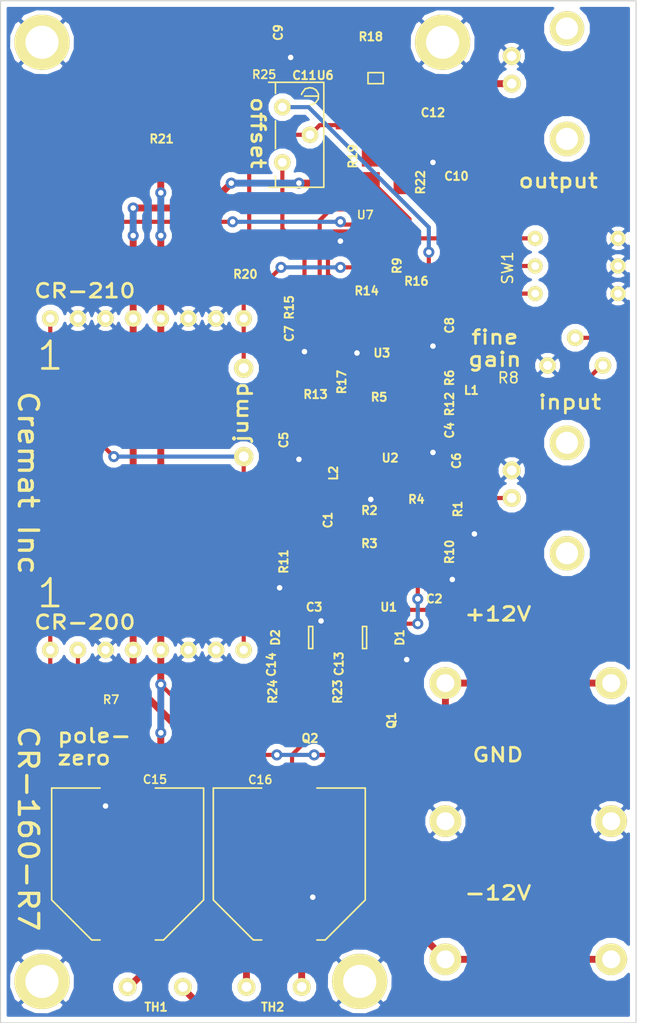
<source format=kicad_pcb>
(kicad_pcb (version 4) (host pcbnew "(after 2015-mar-04 BZR unknown)-product")

  (general
    (links 128)
    (no_connects 0)
    (area 24.342272 24.9047 86.841401 119.9515)
    (thickness 1.6)
    (drawings 19)
    (tracks 382)
    (zones 0)
    (modules 67)
    (nets 41)
  )

  (page A4)
  (layers
    (0 F.Cu signal)
    (31 B.Cu signal)
    (32 B.Adhes user)
    (33 F.Adhes user)
    (34 B.Paste user)
    (35 F.Paste user)
    (36 B.SilkS user)
    (37 F.SilkS user)
    (38 B.Mask user)
    (39 F.Mask user)
    (40 Dwgs.User user)
    (41 Cmts.User user)
    (42 Eco1.User user)
    (43 Eco2.User user)
    (44 Edge.Cuts user)
    (45 Margin user)
    (46 B.CrtYd user)
    (47 F.CrtYd user)
    (48 B.Fab user)
    (49 F.Fab user)
  )

  (setup
    (last_trace_width 0.381)
    (user_trace_width 0.381)
    (trace_clearance 0.1524)
    (zone_clearance 0.508)
    (zone_45_only no)
    (trace_min 0.1524)
    (segment_width 0.2)
    (edge_width 0.1)
    (via_size 1.016)
    (via_drill 0.508)
    (via_min_size 0.508)
    (via_min_drill 0.3)
    (uvia_size 0.3)
    (uvia_drill 0.1)
    (uvias_allowed no)
    (uvia_min_size 0.2)
    (uvia_min_drill 0.1)
    (pcb_text_width 0.3)
    (pcb_text_size 1.5 1.5)
    (mod_edge_width 0.15)
    (mod_text_size 1 1)
    (mod_text_width 0.15)
    (pad_size 5.08 5.08)
    (pad_drill 3.048)
    (pad_to_mask_clearance 0)
    (aux_axis_origin 0 0)
    (visible_elements 7FFFFFFF)
    (pcbplotparams
      (layerselection 0x010e0_80000001)
      (usegerberextensions false)
      (excludeedgelayer true)
      (linewidth 0.100000)
      (plotframeref false)
      (viasonmask false)
      (mode 1)
      (useauxorigin false)
      (hpglpennumber 1)
      (hpglpenspeed 20)
      (hpglpendiameter 15)
      (hpglpenoverlay 2)
      (psnegative false)
      (psa4output false)
      (plotreference true)
      (plotvalue true)
      (plotinvisibletext false)
      (padsonsilk false)
      (subtractmaskfromsilk false)
      (outputformat 1)
      (mirror false)
      (drillshape 0)
      (scaleselection 1)
      (outputdirectory Gerber/))
  )

  (net 0 "")
  (net 1 "Net-(C1-Pad1)")
  (net 2 "Net-(C1-Pad2)")
  (net 3 "Net-(C2-Pad1)")
  (net 4 GND)
  (net 5 "Net-(C3-Pad1)")
  (net 6 "Net-(C4-Pad1)")
  (net 7 "Net-(C5-Pad1)")
  (net 8 "Net-(C6-Pad1)")
  (net 9 "Net-(C6-Pad2)")
  (net 10 "Net-(C7-Pad1)")
  (net 11 "Net-(C8-Pad1)")
  (net 12 "Net-(C11-Pad1)")
  (net 13 "Net-(C10-Pad1)")
  (net 14 "Net-(C13-Pad2)")
  (net 15 "Net-(C14-Pad2)")
  (net 16 +11V)
  (net 17 -11V)
  (net 18 "Net-(J2-Pad1)")
  (net 19 "Net-(J3-Pad1)")
  (net 20 "Net-(J5-Pad1)")
  (net 21 "Net-(JU1-Pad2)")
  (net 22 "Net-(L1-Pad2)")
  (net 23 "Net-(L2-Pad2)")
  (net 24 +6V)
  (net 25 -6V)
  (net 26 "Net-(R3-Pad2)")
  (net 27 "Net-(R4-Pad1)")
  (net 28 "Net-(R17-Pad2)")
  (net 29 "Net-(R5-Pad2)")
  (net 30 "Net-(R6-Pad1)")
  (net 31 "Net-(R7-Pad2)")
  (net 32 "Net-(R8-Pad2)")
  (net 33 "Net-(R9-Pad2)")
  (net 34 "Net-(R14-Pad1)")
  (net 35 "Net-(R14-Pad2)")
  (net 36 "Net-(R18-Pad1)")
  (net 37 "Net-(R19-Pad2)")
  (net 38 "Net-(R20-Pad1)")
  (net 39 "Net-(R7-Pad1)")
  (net 40 "Net-(JU1-Pad1)")

  (net_class Default "This is the default net class."
    (clearance 0.1524)
    (trace_width 0.381)
    (via_dia 1.016)
    (via_drill 0.508)
    (uvia_dia 0.3)
    (uvia_drill 0.1)
    (add_net +6V)
    (add_net -6V)
    (add_net GND)
    (add_net "Net-(C1-Pad1)")
    (add_net "Net-(C1-Pad2)")
    (add_net "Net-(C13-Pad2)")
    (add_net "Net-(C14-Pad2)")
    (add_net "Net-(C2-Pad1)")
    (add_net "Net-(C3-Pad1)")
    (add_net "Net-(C4-Pad1)")
    (add_net "Net-(C5-Pad1)")
    (add_net "Net-(C6-Pad1)")
    (add_net "Net-(C6-Pad2)")
    (add_net "Net-(C7-Pad1)")
    (add_net "Net-(C8-Pad1)")
    (add_net "Net-(JU1-Pad1)")
    (add_net "Net-(JU1-Pad2)")
    (add_net "Net-(L1-Pad2)")
    (add_net "Net-(L2-Pad2)")
    (add_net "Net-(R14-Pad1)")
    (add_net "Net-(R14-Pad2)")
    (add_net "Net-(R17-Pad2)")
    (add_net "Net-(R18-Pad1)")
    (add_net "Net-(R19-Pad2)")
    (add_net "Net-(R20-Pad1)")
    (add_net "Net-(R3-Pad2)")
    (add_net "Net-(R4-Pad1)")
    (add_net "Net-(R5-Pad2)")
    (add_net "Net-(R6-Pad1)")
    (add_net "Net-(R7-Pad1)")
    (add_net "Net-(R7-Pad2)")
    (add_net "Net-(R8-Pad2)")
    (add_net "Net-(R9-Pad2)")
  )

  (net_class power ""
    (clearance 0.1524)
    (trace_width 0.635)
    (via_dia 1.016)
    (via_drill 0.508)
    (uvia_dia 0.3)
    (uvia_drill 0.1)
    (add_net +11V)
    (add_net -11V)
    (add_net "Net-(C10-Pad1)")
    (add_net "Net-(C11-Pad1)")
    (add_net "Net-(J2-Pad1)")
    (add_net "Net-(J3-Pad1)")
    (add_net "Net-(J5-Pad1)")
  )

  (module Cremat_footprints:Trimpot_SMD (layer F.Cu) (tedit 5651EBF0) (tstamp 564F2213)
    (at 29.972 89.662)
    (path /564CA5FF)
    (fp_text reference R7 (at 5.588 0) (layer F.SilkS)
      (effects (font (size 0.762 0.762) (thickness 0.1524)))
    )
    (fp_text value 200k (at 1.778 2.794) (layer F.Fab)
      (effects (font (size 1.016 1.016) (thickness 0.1524)))
    )
    (pad 2 smd rect (at 0 0) (size 2.032 2.032) (layers F.Cu F.Paste F.Mask)
      (net 31 "Net-(R7-Pad2)"))
    (pad 1 smd rect (at 3.302 -1.27) (size 2.159 1.27) (layers F.Cu F.Paste F.Mask)
      (net 39 "Net-(R7-Pad1)"))
    (pad 3 smd rect (at 3.302 1.27) (size 2.159 1.27) (layers F.Cu F.Paste F.Mask))
  )

  (module Cremat_footprints:SOT-23-8 (layer F.Cu) (tedit 5651EB5E) (tstamp 564F05BA)
    (at 58.42 45.974)
    (path /564CC2DB)
    (fp_text reference U7 (at 0.508 -0.889) (layer F.SilkS)
      (effects (font (size 0.762 0.762) (thickness 0.1524)))
    )
    (fp_text value MAX4649 (at 1.397 -1.27) (layer F.Fab)
      (effects (font (size 1.016 1.016) (thickness 0.1524)))
    )
    (pad 1 smd rect (at 0 0) (size 1.524 0.4572) (layers F.Cu F.Paste F.Mask)
      (net 31 "Net-(R7-Pad2)"))
    (pad 2 smd rect (at 0 0.635) (size 1.524 0.4572) (layers F.Cu F.Paste F.Mask)
      (net 34 "Net-(R14-Pad1)"))
    (pad 3 smd rect (at 0 1.27) (size 1.524 0.4572) (layers F.Cu F.Paste F.Mask)
      (net 4 GND))
    (pad 4 smd rect (at 0 1.905) (size 1.524 0.4572) (layers F.Cu F.Paste F.Mask)
      (net 16 +11V))
    (pad 8 smd rect (at 3.048 0) (size 1.524 0.4572) (layers F.Cu F.Paste F.Mask)
      (net 28 "Net-(R17-Pad2)"))
    (pad 7 smd rect (at 3.048 0.635) (size 1.524 0.4572) (layers F.Cu F.Paste F.Mask)
      (net 17 -11V))
    (pad 6 smd rect (at 3.048 1.27) (size 1.524 0.4572) (layers F.Cu F.Paste F.Mask)
      (net 33 "Net-(R9-Pad2)"))
    (pad 5 smd rect (at 3.048 1.905) (size 1.524 0.4572) (layers F.Cu F.Paste F.Mask))
  )

  (module Cremat_footprints:SO8 (layer F.Cu) (tedit 5651EB94) (tstamp 564F05AE)
    (at 56.134 32.639)
    (path /564D29CC)
    (fp_text reference U6 (at -0.889 -0.381) (layer F.SilkS)
      (effects (font (size 0.762 0.762) (thickness 0.1778)))
    )
    (fp_text value HA9P5002 (at 3.683 6.223) (layer F.Fab)
      (effects (font (size 1.016 1.016) (thickness 0.1778)))
    )
    (fp_line (start 3.048 -0.635) (end 3.048 0.381) (layer F.SilkS) (width 0.1524))
    (fp_line (start 3.048 0.381) (end 4.445 0.381) (layer F.SilkS) (width 0.1524))
    (fp_line (start 4.445 0.381) (end 4.445 -0.635) (layer F.SilkS) (width 0.1524))
    (fp_line (start 4.445 -0.635) (end 3.048 -0.635) (layer F.SilkS) (width 0.1524))
    (fp_line (start 3.048 -0.762) (end 3.048 0) (layer F.CrtYd) (width 0.15))
    (fp_line (start 3.048 0) (end 4.445 0) (layer F.CrtYd) (width 0.15))
    (fp_line (start 4.445 0) (end 4.445 -0.762) (layer F.CrtYd) (width 0.15))
    (fp_line (start 2.667 -0.762) (end 4.826 -0.762) (layer F.CrtYd) (width 0.15))
    (fp_line (start 4.826 -0.762) (end 4.826 5.334) (layer F.CrtYd) (width 0.15))
    (fp_line (start 4.826 5.334) (end 2.667 5.334) (layer F.CrtYd) (width 0.15))
    (fp_line (start 2.667 5.334) (end 2.667 -0.762) (layer F.CrtYd) (width 0.15))
    (pad 1 smd rect (at 1.27 0.381) (size 2.3876 0.7874) (layers F.Cu F.Paste F.Mask)
      (net 12 "Net-(C11-Pad1)"))
    (pad 2 smd rect (at 1.27 1.651) (size 2.3876 0.7874) (layers F.Cu F.Paste F.Mask)
      (net 37 "Net-(R19-Pad2)"))
    (pad 3 smd rect (at 1.27 2.921) (size 2.3876 0.7874) (layers F.Cu F.Paste F.Mask))
    (pad 4 smd rect (at 1.27 4.191) (size 2.3876 0.7874) (layers F.Cu F.Paste F.Mask)
      (net 38 "Net-(R20-Pad1)"))
    (pad 5 smd rect (at 6.223 4.191) (size 2.3876 0.7874) (layers F.Cu F.Paste F.Mask)
      (net 13 "Net-(C10-Pad1)"))
    (pad 6 smd rect (at 6.223 2.921) (size 2.3876 0.7874) (layers F.Cu F.Paste F.Mask))
    (pad 7 smd rect (at 6.223 1.651) (size 2.3876 0.7874) (layers F.Cu F.Paste F.Mask)
      (net 36 "Net-(R18-Pad1)"))
    (pad 8 smd rect (at 6.223 0.381) (size 2.3876 0.7874) (layers F.Cu F.Paste F.Mask)
      (net 18 "Net-(J2-Pad1)"))
  )

  (module Cremat_footprints:SC-70-5 (layer F.Cu) (tedit 5651EB13) (tstamp 564F057F)
    (at 60.325 55.245 270)
    (path /564C2B27)
    (fp_text reference U3 (at 2.54 -0.127 360) (layer F.SilkS)
      (effects (font (size 0.762 0.762) (thickness 0.1778)))
    )
    (fp_text value EL5163 (at 1.1049 3.5179 270) (layer F.Fab)
      (effects (font (size 0.762 0.762) (thickness 0.1778)))
    )
    (fp_line (start -0.508 1.905) (end 1.8415 1.905) (layer F.CrtYd) (width 0.1524))
    (fp_line (start -0.508 0.254) (end 1.8415 0.254) (layer F.CrtYd) (width 0.1524))
    (fp_line (start 1.8415 1.905) (end 1.8415 0.254) (layer F.CrtYd) (width 0.1524))
    (fp_line (start -0.508 0.254) (end -0.508 1.905) (layer F.CrtYd) (width 0.1524))
    (pad 5 smd rect (at 0 0 270) (size 0.4572 1.1684) (layers F.Cu F.Paste F.Mask)
      (net 11 "Net-(C8-Pad1)"))
    (pad 4 smd rect (at 1.3208 0 270) (size 0.4572 1.1684) (layers F.Cu F.Paste F.Mask)
      (net 35 "Net-(R14-Pad2)"))
    (pad 1 smd rect (at 0 2.159 270) (size 0.4572 1.1684) (layers F.Cu F.Paste F.Mask)
      (net 34 "Net-(R14-Pad1)"))
    (pad 3 smd rect (at 1.3208 2.159 270) (size 0.4572 1.1684) (layers F.Cu F.Paste F.Mask)
      (net 4 GND))
    (pad 2 smd rect (at 0.6604 2.159 270) (size 0.4572 1.1684) (layers F.Cu F.Paste F.Mask)
      (net 10 "Net-(C7-Pad1)"))
  )

  (module Cremat_footprints:SC-70-5 (layer F.Cu) (tedit 5651EA4F) (tstamp 564F0572)
    (at 60.325 65.024 270)
    (path /564B6E81)
    (fp_text reference U2 (at 2.413 -0.889 360) (layer F.SilkS)
      (effects (font (size 0.762 0.762) (thickness 0.1778)))
    )
    (fp_text value EL5163 (at 1.1049 3.5179 270) (layer F.Fab)
      (effects (font (size 0.762 0.762) (thickness 0.1778)))
    )
    (fp_line (start -0.508 1.905) (end 1.8415 1.905) (layer F.CrtYd) (width 0.1524))
    (fp_line (start -0.508 0.254) (end 1.8415 0.254) (layer F.CrtYd) (width 0.1524))
    (fp_line (start 1.8415 1.905) (end 1.8415 0.254) (layer F.CrtYd) (width 0.1524))
    (fp_line (start -0.508 0.254) (end -0.508 1.905) (layer F.CrtYd) (width 0.1524))
    (pad 5 smd rect (at 0 0 270) (size 0.4572 1.1684) (layers F.Cu F.Paste F.Mask)
      (net 6 "Net-(C4-Pad1)"))
    (pad 4 smd rect (at 1.3208 0 270) (size 0.4572 1.1684) (layers F.Cu F.Paste F.Mask)
      (net 29 "Net-(R5-Pad2)"))
    (pad 1 smd rect (at 0 2.159 270) (size 0.4572 1.1684) (layers F.Cu F.Paste F.Mask)
      (net 28 "Net-(R17-Pad2)"))
    (pad 3 smd rect (at 1.3208 2.159 270) (size 0.4572 1.1684) (layers F.Cu F.Paste F.Mask)
      (net 23 "Net-(L2-Pad2)"))
    (pad 2 smd rect (at 0.6604 2.159 270) (size 0.4572 1.1684) (layers F.Cu F.Paste F.Mask)
      (net 7 "Net-(C5-Pad1)"))
  )

  (module Cremat_footprints:SC-70-5 (layer F.Cu) (tedit 5651EC88) (tstamp 564F0565)
    (at 60.325 78.613 270)
    (path /564C1076)
    (fp_text reference U1 (at 2.54 -0.762 360) (layer F.SilkS)
      (effects (font (size 0.762 0.762) (thickness 0.1778)))
    )
    (fp_text value EL5163 (at 1.1049 3.5179 270) (layer F.Fab)
      (effects (font (size 0.762 0.762) (thickness 0.1778)))
    )
    (fp_line (start -0.508 1.905) (end 1.8415 1.905) (layer F.CrtYd) (width 0.1524))
    (fp_line (start -0.508 0.254) (end 1.8415 0.254) (layer F.CrtYd) (width 0.1524))
    (fp_line (start 1.8415 1.905) (end 1.8415 0.254) (layer F.CrtYd) (width 0.1524))
    (fp_line (start -0.508 0.254) (end -0.508 1.905) (layer F.CrtYd) (width 0.1524))
    (pad 5 smd rect (at 0 0 270) (size 0.4572 1.1684) (layers F.Cu F.Paste F.Mask)
      (net 3 "Net-(C2-Pad1)"))
    (pad 4 smd rect (at 1.3208 0 270) (size 0.4572 1.1684) (layers F.Cu F.Paste F.Mask)
      (net 26 "Net-(R3-Pad2)"))
    (pad 1 smd rect (at 0 2.159 270) (size 0.4572 1.1684) (layers F.Cu F.Paste F.Mask)
      (net 1 "Net-(C1-Pad1)"))
    (pad 3 smd rect (at 1.3208 2.159 270) (size 0.4572 1.1684) (layers F.Cu F.Paste F.Mask)
      (net 32 "Net-(R8-Pad2)"))
    (pad 2 smd rect (at 0.6604 2.159 270) (size 0.4572 1.1684) (layers F.Cu F.Paste F.Mask)
      (net 5 "Net-(C3-Pad1)"))
  )

  (module Cremat_footprints:200mil (layer F.Cu) (tedit 5651EE9E) (tstamp 564F0558)
    (at 53.086 116.078 180)
    (path /564CF56A)
    (fp_text reference TH2 (at 2.667 -1.8542 180) (layer F.SilkS)
      (effects (font (size 0.762 0.762) (thickness 0.1778)))
    )
    (fp_text value NTPA7220 (at 2.667 1.778 180) (layer F.Fab)
      (effects (font (size 1.016 1.016) (thickness 0.1778)))
    )
    (fp_line (start -2.54 -2.54) (end -2.54 2.54) (layer F.CrtYd) (width 0.15))
    (fp_line (start -2.54 2.54) (end 7.62 2.54) (layer F.CrtYd) (width 0.15))
    (fp_line (start 7.62 2.54) (end 7.62 -2.54) (layer F.CrtYd) (width 0.15))
    (fp_line (start 7.62 -2.54) (end -2.54 -2.54) (layer F.CrtYd) (width 0.15))
    (pad 1 thru_hole circle (at 0 0 180) (size 1.651 1.651) (drill 0.889) (layers *.Cu *.Mask F.SilkS)
      (net 20 "Net-(J5-Pad1)"))
    (pad 2 thru_hole circle (at 5.08 0 180) (size 1.651 1.651) (drill 0.889) (layers *.Cu *.Mask F.SilkS)
      (net 17 -11V))
  )

  (module Cremat_footprints:200mil (layer F.Cu) (tedit 5651EEA3) (tstamp 564F054E)
    (at 42.164 116.078 180)
    (path /564CE8BC)
    (fp_text reference TH1 (at 2.4638 -1.8542 180) (layer F.SilkS)
      (effects (font (size 0.762 0.762) (thickness 0.1778)))
    )
    (fp_text value NTPA7220 (at 2.667 1.778 180) (layer F.Fab)
      (effects (font (size 1.016 1.016) (thickness 0.1778)))
    )
    (fp_line (start -2.54 -2.54) (end -2.54 2.54) (layer F.CrtYd) (width 0.15))
    (fp_line (start -2.54 2.54) (end 7.62 2.54) (layer F.CrtYd) (width 0.15))
    (fp_line (start 7.62 2.54) (end 7.62 -2.54) (layer F.CrtYd) (width 0.15))
    (fp_line (start 7.62 -2.54) (end -2.54 -2.54) (layer F.CrtYd) (width 0.15))
    (pad 1 thru_hole circle (at 0 0 180) (size 1.651 1.651) (drill 0.889) (layers *.Cu *.Mask F.SilkS)
      (net 19 "Net-(J3-Pad1)"))
    (pad 2 thru_hole circle (at 5.08 0 180) (size 1.651 1.651) (drill 0.889) (layers *.Cu *.Mask F.SilkS)
      (net 16 +11V))
  )

  (module Cremat_footprints:3Dip (layer F.Cu) (tedit 5651EE6A) (tstamp 564F0544)
    (at 74.549 47.244)
    (path /564B7891)
    (fp_text reference SW1 (at -2.54 2.7178 90) (layer F.SilkS)
      (effects (font (size 1 1) (thickness 0.15)))
    )
    (fp_text value gain/polarity (at 3.683 -2.032) (layer F.Fab)
      (effects (font (size 1 1) (thickness 0.15)))
    )
    (pad 1 thru_hole circle (at 0 0) (size 1.397 1.397) (drill 0.7112) (layers *.Cu *.Mask F.SilkS)
      (net 33 "Net-(R9-Pad2)"))
    (pad 2 thru_hole circle (at 0 2.54) (size 1.397 1.397) (drill 0.7112) (layers *.Cu *.Mask F.SilkS)
      (net 30 "Net-(R6-Pad1)"))
    (pad 3 thru_hole circle (at 0 5.08) (size 1.397 1.397) (drill 0.7112) (layers *.Cu *.Mask F.SilkS)
      (net 27 "Net-(R4-Pad1)"))
    (pad 4 thru_hole circle (at 7.62 5.08) (size 1.397 1.397) (drill 0.7112) (layers *.Cu *.Mask F.SilkS)
      (net 4 GND))
    (pad 5 thru_hole circle (at 7.62 2.54) (size 1.397 1.397) (drill 0.7112) (layers *.Cu *.Mask F.SilkS)
      (net 4 GND))
    (pad 6 thru_hole circle (at 7.62 0) (size 1.397 1.397) (drill 0.7112) (layers *.Cu *.Mask F.SilkS)
      (net 4 GND))
  )

  (module Cremat_footprints:trimpot (layer F.Cu) (tedit 5651F749) (tstamp 564F0534)
    (at 51.308 35.179 180)
    (descr "3296, 3/8, Square, Trimpot, Trimming, Potentiometer, Bourns")
    (tags "3296, 3/8, Square, Trimpot, Trimming, Potentiometer, Bourns")
    (path /564CEAF4)
    (fp_text reference R25 (at 1.6764 2.9972 180) (layer F.SilkS)
      (effects (font (size 0.762 0.762) (thickness 0.1524)))
    )
    (fp_text value 100k (at -1.27 -8.89 180) (layer F.Fab)
      (effects (font (size 1.016 1.016) (thickness 0.1524)))
    )
    (fp_line (start 0.635 1.27) (end 0.635 2.286) (layer F.SilkS) (width 0.15))
    (fp_line (start 0.635 -3.81) (end 0.635 -1.27) (layer F.SilkS) (width 0.15))
    (fp_line (start 0.635 -7.366) (end 0.635 -6.35) (layer F.SilkS) (width 0.15))
    (fp_line (start -3.302 1.016) (end -2.032 1.016) (layer F.SilkS) (width 0.15))
    (fp_line (start -2.5527 0.2286) (end -2.8067 0.2667) (layer F.SilkS) (width 0.15))
    (fp_line (start -2.8067 0.2667) (end -3.0861 0.4445) (layer F.SilkS) (width 0.15))
    (fp_line (start -3.0861 0.4445) (end -3.302 0.762) (layer F.SilkS) (width 0.15))
    (fp_line (start -3.302 0.762) (end -3.3147 1.2065) (layer F.SilkS) (width 0.15))
    (fp_line (start -3.3147 1.2065) (end -3.1115 1.5621) (layer F.SilkS) (width 0.15))
    (fp_line (start -3.1115 1.5621) (end -2.8194 1.7399) (layer F.SilkS) (width 0.15))
    (fp_line (start -2.8194 1.7399) (end -2.5019 1.7907) (layer F.SilkS) (width 0.15))
    (fp_line (start -2.5019 1.7907) (end -2.0955 1.6891) (layer F.SilkS) (width 0.15))
    (fp_line (start -2.0955 1.6891) (end -1.8415 1.3462) (layer F.SilkS) (width 0.15))
    (fp_line (start -1.8415 1.3462) (end -1.7526 1.1684) (layer F.SilkS) (width 0.15))
    (fp_line (start -2.54 2.286) (end -3.81 2.286) (layer F.SilkS) (width 0.15))
    (fp_line (start -3.81 2.286) (end -3.81 -7.366) (layer F.SilkS) (width 0.15))
    (fp_line (start -3.81 -7.366) (end 1.27 -7.366) (layer F.SilkS) (width 0.15))
    (fp_line (start 1.27 2.286) (end -1.27 2.286) (layer F.SilkS) (width 0.15))
    (fp_line (start -1.27 2.286) (end -2.54 2.286) (layer F.SilkS) (width 0.15))
    (pad 2 thru_hole circle (at -2.54 -2.54 180) (size 1.524 1.524) (drill 0.8128) (layers *.Cu *.Mask F.SilkS)
      (net 38 "Net-(R20-Pad1)"))
    (pad 3 thru_hole circle (at 0 -5.08 180) (size 1.524 1.524) (drill 0.8128) (layers *.Cu *.Mask F.SilkS)
      (net 25 -6V))
    (pad 1 thru_hole circle (at 0 0 180) (size 1.524 1.524) (drill 0.8128) (layers *.Cu *.Mask F.SilkS)
      (net 24 +6V))
    (model Potentiometers.3dshapes/Potentiometer_Bourns_3296Y_3-8Zoll_Angular_ScrewUp.wrl
      (at (xyz 0 0 0))
      (scale (xyz 1 1 1))
      (rotate (xyz 0 0 0))
    )
  )

  (module Cremat_footprints:0805 (layer F.Cu) (tedit 5543B98E) (tstamp 564F051A)
    (at 53.594 88.773 270)
    (path /553792EE)
    (fp_text reference R24 (at 0.1524 3.175 270) (layer F.SilkS)
      (effects (font (size 0.762 0.762) (thickness 0.1778)))
    )
    (fp_text value 1.0k (at -0.127 -1.1176 270) (layer F.Fab) hide
      (effects (font (size 0.762 0.762) (thickness 0.1778)))
    )
    (pad 1 smd rect (at 0 0 270) (size 1.651 1.143) (layers F.Cu F.Paste F.Mask)
      (net 17 -11V))
    (pad 2 smd rect (at 0 1.905 270) (size 1.651 1.143) (layers F.Cu F.Paste F.Mask)
      (net 15 "Net-(C14-Pad2)"))
  )

  (module Cremat_footprints:0805 (layer F.Cu) (tedit 5543B98E) (tstamp 564F0514)
    (at 59.563 88.773 270)
    (path /5548A3D9)
    (fp_text reference R23 (at 0.1524 3.175 270) (layer F.SilkS)
      (effects (font (size 0.762 0.762) (thickness 0.1778)))
    )
    (fp_text value 1.0k (at -0.127 -1.1176 270) (layer F.Fab) hide
      (effects (font (size 0.762 0.762) (thickness 0.1778)))
    )
    (pad 1 smd rect (at 0 0 270) (size 1.651 1.143) (layers F.Cu F.Paste F.Mask)
      (net 16 +11V))
    (pad 2 smd rect (at 0 1.905 270) (size 1.651 1.143) (layers F.Cu F.Paste F.Mask)
      (net 14 "Net-(C13-Pad2)"))
  )

  (module Cremat_footprints:1206 (layer F.Cu) (tedit 5543B999) (tstamp 564F050E)
    (at 59.436 42.164 90)
    (path /564CEE76)
    (fp_text reference R22 (at 0.0762 4.572 90) (layer F.SilkS)
      (effects (font (size 0.762 0.762) (thickness 0.1778)))
    )
    (fp_text value 4.7 (at -0.0762 -1.4478 90) (layer F.Fab) hide
      (effects (font (size 0.762 0.762) (thickness 0.1778)))
    )
    (pad 1 smd rect (at 0 0 90) (size 2.032 1.651) (layers F.Cu F.Paste F.Mask)
      (net 17 -11V))
    (pad 2 smd rect (at 0 2.921 90) (size 2.032 1.651) (layers F.Cu F.Paste F.Mask)
      (net 13 "Net-(C10-Pad1)"))
  )

  (module Cremat_footprints:1206 (layer F.Cu) (tedit 5543B999) (tstamp 564F0508)
    (at 40.132 33.528)
    (path /564CED5C)
    (fp_text reference R21 (at 0.0762 4.572) (layer F.SilkS)
      (effects (font (size 0.762 0.762) (thickness 0.1778)))
    )
    (fp_text value 4.7 (at -0.0762 -1.4478) (layer F.Fab) hide
      (effects (font (size 0.762 0.762) (thickness 0.1778)))
    )
    (pad 1 smd rect (at 0 0) (size 2.032 1.651) (layers F.Cu F.Paste F.Mask)
      (net 12 "Net-(C11-Pad1)"))
    (pad 2 smd rect (at 0 2.921) (size 2.032 1.651) (layers F.Cu F.Paste F.Mask)
      (net 16 +11V))
  )

  (module Cremat_footprints:0805 (layer F.Cu) (tedit 5543B98E) (tstamp 564F0502)
    (at 47.752 47.371)
    (path /564CEC86)
    (fp_text reference R20 (at 0.1524 3.175) (layer F.SilkS)
      (effects (font (size 0.762 0.762) (thickness 0.1778)))
    )
    (fp_text value 1.0k (at -0.127 -1.1176) (layer F.Fab) hide
      (effects (font (size 0.762 0.762) (thickness 0.1778)))
    )
    (pad 1 smd rect (at 0 0) (size 1.651 1.143) (layers F.Cu F.Paste F.Mask)
      (net 38 "Net-(R20-Pad1)"))
    (pad 2 smd rect (at 0 1.905) (size 1.651 1.143) (layers F.Cu F.Paste F.Mask)
      (net 21 "Net-(JU1-Pad2)"))
  )

  (module Cremat_footprints:1206 (layer F.Cu) (tedit 5543B999) (tstamp 564F04FC)
    (at 62.357 39.624 270)
    (path /564CEF68)
    (fp_text reference R19 (at 0.0762 4.572 270) (layer F.SilkS)
      (effects (font (size 0.762 0.762) (thickness 0.1778)))
    )
    (fp_text value 47 (at -0.0762 -1.4478 270) (layer F.Fab) hide
      (effects (font (size 0.762 0.762) (thickness 0.1778)))
    )
    (pad 1 smd rect (at 0 0 270) (size 2.032 1.651) (layers F.Cu F.Paste F.Mask)
      (net 13 "Net-(C10-Pad1)"))
    (pad 2 smd rect (at 0 2.921 270) (size 2.032 1.651) (layers F.Cu F.Paste F.Mask)
      (net 37 "Net-(R19-Pad2)"))
  )

  (module Cremat_footprints:1206 (layer F.Cu) (tedit 5651EBB2) (tstamp 564F04F6)
    (at 60.833 30.353 270)
    (path /564CF016)
    (fp_text reference R18 (at -1.651 1.397 360) (layer F.SilkS)
      (effects (font (size 0.762 0.762) (thickness 0.1778)))
    )
    (fp_text value 47 (at -0.0762 -1.4478 270) (layer F.Fab) hide
      (effects (font (size 0.762 0.762) (thickness 0.1778)))
    )
    (pad 1 smd rect (at 0 0 270) (size 2.032 1.651) (layers F.Cu F.Paste F.Mask)
      (net 36 "Net-(R18-Pad1)"))
    (pad 2 smd rect (at 0 2.921 270) (size 2.032 1.651) (layers F.Cu F.Paste F.Mask)
      (net 12 "Net-(C11-Pad1)"))
  )

  (module Cremat_footprints:0805 (layer F.Cu) (tedit 5651EABF) (tstamp 564F04F0)
    (at 58.293 59.563)
    (path /564C31D4)
    (fp_text reference R17 (at -1.524 0.889 90) (layer F.SilkS)
      (effects (font (size 0.762 0.762) (thickness 0.1778)))
    )
    (fp_text value 390 (at -0.127 -1.1176) (layer F.Fab) hide
      (effects (font (size 0.762 0.762) (thickness 0.1778)))
    )
    (pad 1 smd rect (at 0 0) (size 1.651 1.143) (layers F.Cu F.Paste F.Mask)
      (net 35 "Net-(R14-Pad2)"))
    (pad 2 smd rect (at 0 1.905) (size 1.651 1.143) (layers F.Cu F.Paste F.Mask)
      (net 28 "Net-(R17-Pad2)"))
  )

  (module Cremat_footprints:1206 (layer F.Cu) (tedit 5651EB23) (tstamp 564F04EA)
    (at 65.151 52.832 270)
    (path /564C2B51)
    (fp_text reference R16 (at -1.651 1.524 360) (layer F.SilkS)
      (effects (font (size 0.762 0.762) (thickness 0.1778)))
    )
    (fp_text value 4.7 (at -0.0762 -1.4478 270) (layer F.Fab) hide
      (effects (font (size 0.762 0.762) (thickness 0.1778)))
    )
    (pad 1 smd rect (at 0 0 270) (size 2.032 1.651) (layers F.Cu F.Paste F.Mask)
      (net 24 +6V))
    (pad 2 smd rect (at 0 2.921 270) (size 2.032 1.651) (layers F.Cu F.Paste F.Mask)
      (net 11 "Net-(C8-Pad1)"))
  )

  (module Cremat_footprints:1206 (layer F.Cu) (tedit 5651EAFF) (tstamp 564F04E4)
    (at 56.261 53.467 270)
    (path /564C2B1B)
    (fp_text reference R15 (at 0.127 4.318 270) (layer F.SilkS)
      (effects (font (size 0.762 0.762) (thickness 0.1778)))
    )
    (fp_text value 4.7 (at -0.0762 -1.4478 270) (layer F.Fab) hide
      (effects (font (size 0.762 0.762) (thickness 0.1778)))
    )
    (pad 1 smd rect (at 0 0 270) (size 2.032 1.651) (layers F.Cu F.Paste F.Mask)
      (net 10 "Net-(C7-Pad1)"))
    (pad 2 smd rect (at 0 2.921 270) (size 2.032 1.651) (layers F.Cu F.Paste F.Mask)
      (net 25 -6V))
  )

  (module Cremat_footprints:0805 (layer F.Cu) (tedit 5651EB38) (tstamp 564F04DE)
    (at 58.166 53.467 90)
    (path /564C2B3F)
    (fp_text reference R14 (at 1.397 0.889 180) (layer F.SilkS)
      (effects (font (size 0.762 0.762) (thickness 0.1778)))
    )
    (fp_text value 390 (at -0.127 -1.1176 90) (layer F.Fab) hide
      (effects (font (size 0.762 0.762) (thickness 0.1778)))
    )
    (pad 1 smd rect (at 0 0 90) (size 1.651 1.143) (layers F.Cu F.Paste F.Mask)
      (net 34 "Net-(R14-Pad1)"))
    (pad 2 smd rect (at 0 1.905 90) (size 1.651 1.143) (layers F.Cu F.Paste F.Mask)
      (net 35 "Net-(R14-Pad2)"))
  )

  (module Cremat_footprints:1206 (layer F.Cu) (tedit 5651EAF1) (tstamp 564F04D8)
    (at 52.832 63.246 90)
    (path /564BB011)
    (fp_text reference R13 (at 1.651 1.524 180) (layer F.SilkS)
      (effects (font (size 0.762 0.762) (thickness 0.1778)))
    )
    (fp_text value 4.7 (at -0.0762 -1.4478 90) (layer F.Fab) hide
      (effects (font (size 0.762 0.762) (thickness 0.1778)))
    )
    (pad 1 smd rect (at 0 0 90) (size 2.032 1.651) (layers F.Cu F.Paste F.Mask)
      (net 25 -6V))
    (pad 2 smd rect (at 0 2.921 90) (size 2.032 1.651) (layers F.Cu F.Paste F.Mask)
      (net 7 "Net-(C5-Pad1)"))
  )

  (module Cremat_footprints:1206 (layer F.Cu) (tedit 5651EAA7) (tstamp 564F04D2)
    (at 62.23 62.611 90)
    (path /555A4BD9)
    (fp_text reference R12 (at 0.127 4.445 90) (layer F.SilkS)
      (effects (font (size 0.762 0.762) (thickness 0.1778)))
    )
    (fp_text value 4.7 (at -0.0762 -1.4478 90) (layer F.Fab) hide
      (effects (font (size 0.762 0.762) (thickness 0.1778)))
    )
    (pad 1 smd rect (at 0 0 90) (size 2.032 1.651) (layers F.Cu F.Paste F.Mask)
      (net 6 "Net-(C4-Pad1)"))
    (pad 2 smd rect (at 0 2.921 90) (size 2.032 1.651) (layers F.Cu F.Paste F.Mask)
      (net 24 +6V))
  )

  (module Cremat_footprints:1206 (layer F.Cu) (tedit 5651EC71) (tstamp 564F04CC)
    (at 52.832 76.835 90)
    (path /564C10A6)
    (fp_text reference R11 (at -0.127 -1.397 90) (layer F.SilkS)
      (effects (font (size 0.762 0.762) (thickness 0.1778)))
    )
    (fp_text value 4.7 (at -0.0762 -1.4478 90) (layer F.Fab) hide
      (effects (font (size 0.762 0.762) (thickness 0.1778)))
    )
    (pad 1 smd rect (at 0 0 90) (size 2.032 1.651) (layers F.Cu F.Paste F.Mask)
      (net 25 -6V))
    (pad 2 smd rect (at 0 2.921 90) (size 2.032 1.651) (layers F.Cu F.Paste F.Mask)
      (net 5 "Net-(C3-Pad1)"))
  )

  (module Cremat_footprints:1206 (layer F.Cu) (tedit 5651EA65) (tstamp 564F04C6)
    (at 62.23 76.073 90)
    (path /564C1064)
    (fp_text reference R10 (at 0 4.445 90) (layer F.SilkS)
      (effects (font (size 0.762 0.762) (thickness 0.1778)))
    )
    (fp_text value 4.7 (at -0.0762 -1.4478 90) (layer F.Fab) hide
      (effects (font (size 0.762 0.762) (thickness 0.1778)))
    )
    (pad 1 smd rect (at 0 0 90) (size 2.032 1.651) (layers F.Cu F.Paste F.Mask)
      (net 3 "Net-(C2-Pad1)"))
    (pad 2 smd rect (at 0 2.921 90) (size 2.032 1.651) (layers F.Cu F.Paste F.Mask)
      (net 24 +6V))
  )

  (module Cremat_footprints:0805 (layer F.Cu) (tedit 5543B98E) (tstamp 564F04C0)
    (at 58.674 49.911 90)
    (path /564B6C6C)
    (fp_text reference R9 (at 0.1524 3.175 90) (layer F.SilkS)
      (effects (font (size 0.762 0.762) (thickness 0.1778)))
    )
    (fp_text value 100k (at -0.127 -1.1176 90) (layer F.Fab) hide
      (effects (font (size 0.762 0.762) (thickness 0.1778)))
    )
    (pad 1 smd rect (at 0 0 90) (size 1.651 1.143) (layers F.Cu F.Paste F.Mask)
      (net 16 +11V))
    (pad 2 smd rect (at 0 1.905 90) (size 1.651 1.143) (layers F.Cu F.Paste F.Mask)
      (net 33 "Net-(R9-Pad2)"))
  )

  (module Cremat_footprints:1206 (layer F.Cu) (tedit 5651EAB0) (tstamp 564F0486)
    (at 65.151 60.071 270)
    (path /564BA2E8)
    (fp_text reference R6 (at 0 -1.524 270) (layer F.SilkS)
      (effects (font (size 0.762 0.762) (thickness 0.1778)))
    )
    (fp_text value 43 (at -0.0762 -1.4478 270) (layer F.Fab) hide
      (effects (font (size 0.762 0.762) (thickness 0.1778)))
    )
    (pad 1 smd rect (at 0 0 270) (size 2.032 1.651) (layers F.Cu F.Paste F.Mask)
      (net 30 "Net-(R6-Pad1)"))
    (pad 2 smd rect (at 0 2.921 270) (size 2.032 1.651) (layers F.Cu F.Paste F.Mask)
      (net 29 "Net-(R5-Pad2)"))
  )

  (module Cremat_footprints:0805 (layer F.Cu) (tedit 5651EADF) (tstamp 564F0480)
    (at 58.293 63.246 90)
    (path /564BA0D0)
    (fp_text reference R5 (at 1.397 1.905 180) (layer F.SilkS)
      (effects (font (size 0.762 0.762) (thickness 0.1778)))
    )
    (fp_text value 390 (at -0.127 -1.1176 90) (layer F.Fab) hide
      (effects (font (size 0.762 0.762) (thickness 0.1778)))
    )
    (pad 1 smd rect (at 0 0 90) (size 1.651 1.143) (layers F.Cu F.Paste F.Mask)
      (net 28 "Net-(R17-Pad2)"))
    (pad 2 smd rect (at 0 1.905 90) (size 1.651 1.143) (layers F.Cu F.Paste F.Mask)
      (net 29 "Net-(R5-Pad2)"))
  )

  (module Cremat_footprints:1206 (layer F.Cu) (tedit 5651EA47) (tstamp 564F047A)
    (at 65.151 69.342 270)
    (path /564C109A)
    (fp_text reference R4 (at 1.905 1.524 360) (layer F.SilkS)
      (effects (font (size 0.762 0.762) (thickness 0.1778)))
    )
    (fp_text value 43 (at -0.0762 -1.4478 270) (layer F.Fab) hide
      (effects (font (size 0.762 0.762) (thickness 0.1778)))
    )
    (pad 1 smd rect (at 0 0 270) (size 2.032 1.651) (layers F.Cu F.Paste F.Mask)
      (net 27 "Net-(R4-Pad1)"))
    (pad 2 smd rect (at 0 2.921 270) (size 2.032 1.651) (layers F.Cu F.Paste F.Mask)
      (net 26 "Net-(R3-Pad2)"))
  )

  (module Cremat_footprints:0805 (layer F.Cu) (tedit 5651ECA4) (tstamp 564F0474)
    (at 58.166 76.835 90)
    (path /564C1094)
    (fp_text reference R3 (at 1.524 1.143 180) (layer F.SilkS)
      (effects (font (size 0.762 0.762) (thickness 0.1778)))
    )
    (fp_text value 390 (at -0.127 -1.1176 90) (layer F.Fab) hide
      (effects (font (size 0.762 0.762) (thickness 0.1778)))
    )
    (pad 1 smd rect (at 0 0 90) (size 1.651 1.143) (layers F.Cu F.Paste F.Mask)
      (net 1 "Net-(C1-Pad1)"))
    (pad 2 smd rect (at 0 1.905 90) (size 1.651 1.143) (layers F.Cu F.Paste F.Mask)
      (net 26 "Net-(R3-Pad2)"))
  )

  (module Cremat_footprints:0805 (layer F.Cu) (tedit 5651EA41) (tstamp 564F046E)
    (at 59.436 69.85 180)
    (path /564B9672)
    (fp_text reference R2 (at 0.127 -2.413 180) (layer F.SilkS)
      (effects (font (size 0.762 0.762) (thickness 0.1778)))
    )
    (fp_text value 1.0k (at -0.127 -1.1176 180) (layer F.Fab) hide
      (effects (font (size 0.762 0.762) (thickness 0.1778)))
    )
    (pad 1 smd rect (at 0 0 180) (size 1.651 1.143) (layers F.Cu F.Paste F.Mask)
      (net 4 GND))
    (pad 2 smd rect (at 0 1.905 180) (size 1.651 1.143) (layers F.Cu F.Paste F.Mask)
      (net 23 "Net-(L2-Pad2)"))
  )

  (module Cremat_footprints:0805 (layer F.Cu) (tedit 5651EA79) (tstamp 564F0468)
    (at 68.961 73.025 180)
    (path /564C2121)
    (fp_text reference R1 (at 1.524 0.889 270) (layer F.SilkS)
      (effects (font (size 0.762 0.762) (thickness 0.1778)))
    )
    (fp_text value 1.0k (at -0.127 -1.1176 180) (layer F.Fab) hide
      (effects (font (size 0.762 0.762) (thickness 0.1778)))
    )
    (pad 1 smd rect (at 0 0 180) (size 1.651 1.143) (layers F.Cu F.Paste F.Mask)
      (net 4 GND))
    (pad 2 smd rect (at 0 1.905 180) (size 1.651 1.143) (layers F.Cu F.Paste F.Mask)
      (net 8 "Net-(C6-Pad1)"))
  )

  (module Cremat_footprints:SOT23-3 (layer F.Cu) (tedit 5651F887) (tstamp 564F0462)
    (at 51.689 92.71 90)
    (path /5537943F)
    (fp_text reference Q2 (at -0.508 2.159 180) (layer F.SilkS)
      (effects (font (size 0.762 0.762) (thickness 0.1778)))
    )
    (fp_text value MMBT3906 (at 1.27 -1.397 90) (layer F.Fab) hide
      (effects (font (size 0.762 0.762) (thickness 0.1778)))
    )
    (pad 2 smd rect (at 0 0 90) (size 1.016 1.27) (layers F.Cu F.Paste F.Mask)
      (net 25 -6V))
    (pad 1 smd rect (at 2.032 0 90) (size 1.016 1.27) (layers F.Cu F.Paste F.Mask)
      (net 15 "Net-(C14-Pad2)"))
    (pad 3 smd rect (at 1.016 2.286 90) (size 1.016 1.27) (layers F.Cu F.Paste F.Mask)
      (net 17 -11V))
  )

  (module Cremat_footprints:SOT23-3 (layer F.Cu) (tedit 5651F87B) (tstamp 564F045B)
    (at 57.658 92.71 90)
    (path /5548A3D3)
    (fp_text reference Q1 (at 1.143 3.683 90) (layer F.SilkS)
      (effects (font (size 0.762 0.762) (thickness 0.1778)))
    )
    (fp_text value MMBT3904 (at 1.27 -1.397 90) (layer F.Fab) hide
      (effects (font (size 0.762 0.762) (thickness 0.1778)))
    )
    (pad 2 smd rect (at 0 0 90) (size 1.016 1.27) (layers F.Cu F.Paste F.Mask)
      (net 24 +6V))
    (pad 1 smd rect (at 2.032 0 90) (size 1.016 1.27) (layers F.Cu F.Paste F.Mask)
      (net 14 "Net-(C13-Pad2)"))
    (pad 3 smd rect (at 1.016 2.286 90) (size 1.016 1.27) (layers F.Cu F.Paste F.Mask)
      (net 16 +11V))
  )

  (module Cremat_footprints:0805 (layer F.Cu) (tedit 5651EA58) (tstamp 564F0454)
    (at 57.404 69.85 180)
    (path /555C9625)
    (fp_text reference L2 (at 1.397 1.016 270) (layer F.SilkS)
      (effects (font (size 0.762 0.762) (thickness 0.1778)))
    )
    (fp_text value 10uH (at -0.127 -1.1176 180) (layer F.Fab) hide
      (effects (font (size 0.762 0.762) (thickness 0.1778)))
    )
    (pad 1 smd rect (at 0 0 180) (size 1.651 1.143) (layers F.Cu F.Paste F.Mask)
      (net 2 "Net-(C1-Pad2)"))
    (pad 2 smd rect (at 0 1.905 180) (size 1.651 1.143) (layers F.Cu F.Paste F.Mask)
      (net 23 "Net-(L2-Pad2)"))
  )

  (module Cremat_footprints:0805 (layer F.Cu) (tedit 5543B98E) (tstamp 564F044E)
    (at 68.834 64.389 180)
    (path /564C1070)
    (fp_text reference L1 (at 0.1524 3.175 180) (layer F.SilkS)
      (effects (font (size 0.762 0.762) (thickness 0.1778)))
    )
    (fp_text value 10uH (at -0.127 -1.1176 180) (layer F.Fab) hide
      (effects (font (size 0.762 0.762) (thickness 0.1778)))
    )
    (pad 1 smd rect (at 0 0 180) (size 1.651 1.143) (layers F.Cu F.Paste F.Mask)
      (net 9 "Net-(C6-Pad2)"))
    (pad 2 smd rect (at 0 1.905 180) (size 1.651 1.143) (layers F.Cu F.Paste F.Mask)
      (net 22 "Net-(L1-Pad2)"))
  )

  (module Cremat_footprints:banana (layer F.Cu) (tedit 5543B959) (tstamp 564F043E)
    (at 81.534 113.538 180)
    (path /564D0EE7)
    (fp_text reference J5 (at 8.001 4.445 180) (layer F.SilkS) hide
      (effects (font (size 1.016 1.016) (thickness 0.1778)))
    )
    (fp_text value -12V (at 7.747 -4.318 180) (layer F.Fab)
      (effects (font (size 1.016 1.016) (thickness 0.1778)))
    )
    (fp_line (start -2.159 -5.08) (end -5.08 -5.08) (layer F.CrtYd) (width 0.15))
    (fp_line (start -5.08 -5.08) (end -5.08 5.08) (layer F.CrtYd) (width 0.15))
    (fp_line (start -5.08 5.08) (end -2.159 5.08) (layer F.CrtYd) (width 0.15))
    (fp_line (start 19.05 -5.334) (end -2.159 -5.334) (layer F.CrtYd) (width 0.15))
    (fp_line (start -2.159 -5.334) (end -2.159 5.334) (layer F.CrtYd) (width 0.15))
    (fp_line (start -2.159 5.334) (end 19.05 5.334) (layer F.CrtYd) (width 0.15))
    (fp_line (start 19.05 5.334) (end 19.05 -5.334) (layer F.CrtYd) (width 0.15))
    (pad 1 thru_hole circle (at 0 0 180) (size 2.921 2.921) (drill 1.651) (layers *.Cu *.Mask F.SilkS)
      (net 20 "Net-(J5-Pad1)"))
    (pad 1 thru_hole circle (at 15.24 0 180) (size 2.921 2.921) (drill 1.651) (layers *.Cu *.Mask F.SilkS)
      (net 20 "Net-(J5-Pad1)"))
  )

  (module Cremat_footprints:banana (layer F.Cu) (tedit 5543B959) (tstamp 564F0431)
    (at 81.534 100.838 180)
    (path /564D0FC5)
    (fp_text reference J4 (at 8.001 4.445 180) (layer F.SilkS) hide
      (effects (font (size 1.016 1.016) (thickness 0.1778)))
    )
    (fp_text value GND (at 7.747 -4.318 180) (layer F.Fab)
      (effects (font (size 1.016 1.016) (thickness 0.1778)))
    )
    (fp_line (start -2.159 -5.08) (end -5.08 -5.08) (layer F.CrtYd) (width 0.15))
    (fp_line (start -5.08 -5.08) (end -5.08 5.08) (layer F.CrtYd) (width 0.15))
    (fp_line (start -5.08 5.08) (end -2.159 5.08) (layer F.CrtYd) (width 0.15))
    (fp_line (start 19.05 -5.334) (end -2.159 -5.334) (layer F.CrtYd) (width 0.15))
    (fp_line (start -2.159 -5.334) (end -2.159 5.334) (layer F.CrtYd) (width 0.15))
    (fp_line (start -2.159 5.334) (end 19.05 5.334) (layer F.CrtYd) (width 0.15))
    (fp_line (start 19.05 5.334) (end 19.05 -5.334) (layer F.CrtYd) (width 0.15))
    (pad 1 thru_hole circle (at 0 0 180) (size 2.921 2.921) (drill 1.651) (layers *.Cu *.Mask F.SilkS)
      (net 4 GND))
    (pad 1 thru_hole circle (at 15.24 0 180) (size 2.921 2.921) (drill 1.651) (layers *.Cu *.Mask F.SilkS)
      (net 4 GND))
  )

  (module Cremat_footprints:banana (layer F.Cu) (tedit 5543B959) (tstamp 564F0424)
    (at 81.534 88.138 180)
    (path /564D04E2)
    (fp_text reference J3 (at 8.001 4.445 180) (layer F.SilkS) hide
      (effects (font (size 1.016 1.016) (thickness 0.1778)))
    )
    (fp_text value +12V (at 7.747 -4.318 180) (layer F.Fab)
      (effects (font (size 1.016 1.016) (thickness 0.1778)))
    )
    (fp_line (start -2.159 -5.08) (end -5.08 -5.08) (layer F.CrtYd) (width 0.15))
    (fp_line (start -5.08 -5.08) (end -5.08 5.08) (layer F.CrtYd) (width 0.15))
    (fp_line (start -5.08 5.08) (end -2.159 5.08) (layer F.CrtYd) (width 0.15))
    (fp_line (start 19.05 -5.334) (end -2.159 -5.334) (layer F.CrtYd) (width 0.15))
    (fp_line (start -2.159 -5.334) (end -2.159 5.334) (layer F.CrtYd) (width 0.15))
    (fp_line (start -2.159 5.334) (end 19.05 5.334) (layer F.CrtYd) (width 0.15))
    (fp_line (start 19.05 5.334) (end 19.05 -5.334) (layer F.CrtYd) (width 0.15))
    (pad 1 thru_hole circle (at 0 0 180) (size 2.921 2.921) (drill 1.651) (layers *.Cu *.Mask F.SilkS)
      (net 19 "Net-(J3-Pad1)"))
    (pad 1 thru_hole circle (at 15.24 0 180) (size 2.921 2.921) (drill 1.651) (layers *.Cu *.Mask F.SilkS)
      (net 19 "Net-(J3-Pad1)"))
  )

  (module Cremat_footprints:BNC (layer F.Cu) (tedit 5543B9ED) (tstamp 564F0417)
    (at 72.39 33.02 90)
    (path /564CF44C)
    (fp_text reference J2 (at 0.5588 -3.6068 90) (layer F.SilkS) hide
      (effects (font (size 1.016 1.016) (thickness 0.1778)))
    )
    (fp_text value output (at -0.0508 -2.1082 90) (layer F.Fab)
      (effects (font (size 1.016 1.016) (thickness 0.1778)))
    )
    (fp_line (start -7.62 -1.27) (end 7.62 -1.27) (layer F.CrtYd) (width 0.15))
    (fp_line (start 7.62 -1.27) (end 7.62 11.43) (layer F.CrtYd) (width 0.15))
    (fp_line (start 7.62 11.43) (end -7.62 11.43) (layer F.CrtYd) (width 0.15))
    (fp_line (start -7.62 11.43) (end -7.62 -1.27) (layer F.CrtYd) (width 0.15))
    (pad "" thru_hole circle (at -5.08 5.08 90) (size 3.175 3.175) (drill 2.032) (layers *.Cu *.Mask F.SilkS))
    (pad 1 thru_hole circle (at 0 0 90) (size 1.651 1.651) (drill 0.889) (layers *.Cu *.Mask F.SilkS)
      (net 18 "Net-(J2-Pad1)"))
    (pad 2 thru_hole circle (at 2.54 0 90) (size 1.651 1.651) (drill 0.889) (layers *.Cu *.Mask F.SilkS)
      (net 4 GND))
    (pad "" thru_hole circle (at 5.08 5.08 90) (size 3.175 3.175) (drill 2.032) (layers *.Cu *.Mask F.SilkS))
  )

  (module Cremat_footprints:BNC (layer F.Cu) (tedit 5543B9ED) (tstamp 564F040B)
    (at 72.39 71.12 90)
    (path /564B43C2)
    (fp_text reference J1 (at 0.5588 -3.6068 90) (layer F.SilkS) hide
      (effects (font (size 1.016 1.016) (thickness 0.1778)))
    )
    (fp_text value input (at -0.0508 -2.1082 90) (layer F.Fab)
      (effects (font (size 1.016 1.016) (thickness 0.1778)))
    )
    (fp_line (start -7.62 -1.27) (end 7.62 -1.27) (layer F.CrtYd) (width 0.15))
    (fp_line (start 7.62 -1.27) (end 7.62 11.43) (layer F.CrtYd) (width 0.15))
    (fp_line (start 7.62 11.43) (end -7.62 11.43) (layer F.CrtYd) (width 0.15))
    (fp_line (start -7.62 11.43) (end -7.62 -1.27) (layer F.CrtYd) (width 0.15))
    (pad "" thru_hole circle (at -5.08 5.08 90) (size 3.175 3.175) (drill 2.032) (layers *.Cu *.Mask F.SilkS))
    (pad 1 thru_hole circle (at 0 0 90) (size 1.651 1.651) (drill 0.889) (layers *.Cu *.Mask F.SilkS)
      (net 8 "Net-(C6-Pad1)"))
    (pad 2 thru_hole circle (at 2.54 0 90) (size 1.651 1.651) (drill 0.889) (layers *.Cu *.Mask F.SilkS)
      (net 4 GND))
    (pad "" thru_hole circle (at 5.08 5.08 90) (size 3.175 3.175) (drill 2.032) (layers *.Cu *.Mask F.SilkS))
  )

  (module Cremat_footprints:SOD-323 (layer F.Cu) (tedit 5651F862) (tstamp 564F03F1)
    (at 51.943 83.947 90)
    (path /553792F4)
    (fp_text reference D2 (at 0 -1.27 90) (layer F.SilkS)
      (effects (font (size 0.762 0.762) (thickness 0.1778)))
    )
    (fp_text value 5.6V (at -0.0762 -1.4478 90) (layer F.Fab) hide
      (effects (font (size 0.762 0.762) (thickness 0.1778)))
    )
    (fp_line (start -1.016 1.778) (end 1.016 1.778) (layer F.SilkS) (width 0.15))
    (fp_line (start 1.016 1.778) (end 1.016 2.159) (layer F.SilkS) (width 0.15))
    (fp_line (start 1.016 2.159) (end -1.016 2.159) (layer F.SilkS) (width 0.15))
    (fp_line (start -1.016 2.159) (end -1.016 1.778) (layer F.SilkS) (width 0.15))
    (fp_line (start -1.016 0.762) (end -1.016 2.159) (layer F.CrtYd) (width 0.15))
    (fp_line (start -1.016 2.159) (end 1.016 2.159) (layer F.CrtYd) (width 0.15))
    (fp_line (start 1.016 2.159) (end 1.016 0.762) (layer F.CrtYd) (width 0.15))
    (fp_line (start 1.016 0.762) (end -1.016 0.762) (layer F.CrtYd) (width 0.15))
    (pad 1 smd rect (at 0 0 90) (size 1.016 1.016) (layers F.Cu F.Paste F.Mask)
      (net 15 "Net-(C14-Pad2)"))
    (pad 2 smd rect (at 0 2.921 90) (size 1.016 1.016) (layers F.Cu F.Paste F.Mask)
      (net 4 GND))
  )

  (module Cremat_footprints:SOD-323 (layer F.Cu) (tedit 5651F857) (tstamp 564F03E3)
    (at 60.833 83.947 270)
    (path /5548A3DF)
    (fp_text reference D1 (at 0 -1.27 270) (layer F.SilkS)
      (effects (font (size 0.762 0.762) (thickness 0.1778)))
    )
    (fp_text value 5.6V (at -0.0762 -1.4478 270) (layer F.Fab) hide
      (effects (font (size 0.762 0.762) (thickness 0.1778)))
    )
    (fp_line (start -1.016 1.778) (end 1.016 1.778) (layer F.SilkS) (width 0.15))
    (fp_line (start 1.016 1.778) (end 1.016 2.159) (layer F.SilkS) (width 0.15))
    (fp_line (start 1.016 2.159) (end -1.016 2.159) (layer F.SilkS) (width 0.15))
    (fp_line (start -1.016 2.159) (end -1.016 1.778) (layer F.SilkS) (width 0.15))
    (fp_line (start -1.016 0.762) (end -1.016 2.159) (layer F.CrtYd) (width 0.15))
    (fp_line (start -1.016 2.159) (end 1.016 2.159) (layer F.CrtYd) (width 0.15))
    (fp_line (start 1.016 2.159) (end 1.016 0.762) (layer F.CrtYd) (width 0.15))
    (fp_line (start 1.016 0.762) (end -1.016 0.762) (layer F.CrtYd) (width 0.15))
    (pad 1 smd rect (at 0 0 270) (size 1.016 1.016) (layers F.Cu F.Paste F.Mask)
      (net 4 GND))
    (pad 2 smd rect (at 0 2.921 270) (size 1.016 1.016) (layers F.Cu F.Paste F.Mask)
      (net 14 "Net-(C13-Pad2)"))
  )

  (module Cremat_footprints:electrolytic_1000uF_16V (layer F.Cu) (tedit 5651EC25) (tstamp 564F03D5)
    (at 51.943 104.775)
    (path /564CF564)
    (fp_text reference C16 (at -2.667 -7.747) (layer F.SilkS)
      (effects (font (size 0.762 0.762) (thickness 0.1524)))
    )
    (fp_text value 1000uF (at 4.699 -7.747) (layer F.Fab)
      (effects (font (size 1 1) (thickness 0.15)))
    )
    (fp_line (start -6.985 3.302) (end -3.302 6.985) (layer F.SilkS) (width 0.1524))
    (fp_line (start -3.302 6.985) (end -2.54 6.985) (layer F.SilkS) (width 0.1524))
    (fp_line (start -6.985 -6.985) (end -2.54 -6.985) (layer F.SilkS) (width 0.1524))
    (fp_line (start -6.985 -6.985) (end -6.985 3.302) (layer F.SilkS) (width 0.1524))
    (fp_line (start 2.54 -6.985) (end 6.985 -6.985) (layer F.SilkS) (width 0.1524))
    (fp_line (start 6.985 -6.985) (end 6.985 3.302) (layer F.SilkS) (width 0.1524))
    (fp_line (start 6.985 3.302) (end 3.302 6.985) (layer F.SilkS) (width 0.1524))
    (fp_line (start 3.302 6.985) (end 2.54 6.985) (layer F.SilkS) (width 0.1524))
    (pad 2 smd rect (at 0 -5.334) (size 1.778 5.842) (layers F.Cu F.Paste F.Mask)
      (net 17 -11V))
    (pad 1 smd rect (at 0 5.334) (size 1.778 5.842) (layers F.Cu F.Paste F.Mask)
      (net 4 GND))
  )

  (module Cremat_footprints:electrolytic_1000uF_16V (layer F.Cu) (tedit 5651F7B4) (tstamp 564F03C7)
    (at 37.084 104.775)
    (path /564CE4A4)
    (fp_text reference C15 (at 2.5146 -7.7724) (layer F.SilkS)
      (effects (font (size 0.762 0.762) (thickness 0.1524)))
    )
    (fp_text value 1000uF (at -4.445 -7.874) (layer F.Fab)
      (effects (font (size 1 1) (thickness 0.15)))
    )
    (fp_line (start -6.985 3.302) (end -3.302 6.985) (layer F.SilkS) (width 0.1524))
    (fp_line (start -3.302 6.985) (end -2.54 6.985) (layer F.SilkS) (width 0.1524))
    (fp_line (start -6.985 -6.985) (end -2.54 -6.985) (layer F.SilkS) (width 0.1524))
    (fp_line (start -6.985 -6.985) (end -6.985 3.302) (layer F.SilkS) (width 0.1524))
    (fp_line (start 2.54 -6.985) (end 6.985 -6.985) (layer F.SilkS) (width 0.1524))
    (fp_line (start 6.985 -6.985) (end 6.985 3.302) (layer F.SilkS) (width 0.1524))
    (fp_line (start 6.985 3.302) (end 3.302 6.985) (layer F.SilkS) (width 0.1524))
    (fp_line (start 3.302 6.985) (end 2.54 6.985) (layer F.SilkS) (width 0.1524))
    (pad 2 smd rect (at 0 -5.334) (size 1.778 5.842) (layers F.Cu F.Paste F.Mask)
      (net 4 GND))
    (pad 1 smd rect (at 0 5.334) (size 1.778 5.842) (layers F.Cu F.Paste F.Mask)
      (net 16 +11V))
  )

  (module Cremat_footprints:1206 (layer F.Cu) (tedit 5543B999) (tstamp 564F03B9)
    (at 54.864 86.36 270)
    (path /55382B64)
    (fp_text reference C14 (at 0.0762 4.572 270) (layer F.SilkS)
      (effects (font (size 0.762 0.762) (thickness 0.1778)))
    )
    (fp_text value 10uF (at -0.0762 -1.4478 270) (layer F.Fab) hide
      (effects (font (size 0.762 0.762) (thickness 0.1778)))
    )
    (pad 1 smd rect (at 0 0 270) (size 2.032 1.651) (layers F.Cu F.Paste F.Mask)
      (net 4 GND))
    (pad 2 smd rect (at 0 2.921 270) (size 2.032 1.651) (layers F.Cu F.Paste F.Mask)
      (net 15 "Net-(C14-Pad2)"))
  )

  (module Cremat_footprints:1206 (layer F.Cu) (tedit 5651F86E) (tstamp 564F03B3)
    (at 60.833 86.36 270)
    (path /5548A442)
    (fp_text reference C13 (at 0 4.318 270) (layer F.SilkS)
      (effects (font (size 0.762 0.762) (thickness 0.1778)))
    )
    (fp_text value 10uF (at -0.0762 -1.4478 270) (layer F.Fab) hide
      (effects (font (size 0.762 0.762) (thickness 0.1778)))
    )
    (pad 1 smd rect (at 0 0 270) (size 2.032 1.651) (layers F.Cu F.Paste F.Mask)
      (net 4 GND))
    (pad 2 smd rect (at 0 2.921 270) (size 2.032 1.651) (layers F.Cu F.Paste F.Mask)
      (net 14 "Net-(C13-Pad2)"))
  )

  (module Cremat_footprints:0805 (layer F.Cu) (tedit 5651EB78) (tstamp 564F03AD)
    (at 65.151 36.83)
    (path /564CF29E)
    (fp_text reference C12 (at 0 -1.143) (layer F.SilkS)
      (effects (font (size 0.762 0.762) (thickness 0.1778)))
    )
    (fp_text value 0.1uF (at -0.127 -1.1176) (layer F.Fab) hide
      (effects (font (size 0.762 0.762) (thickness 0.1778)))
    )
    (pad 1 smd rect (at 0 0) (size 1.651 1.143) (layers F.Cu F.Paste F.Mask)
      (net 13 "Net-(C10-Pad1)"))
    (pad 2 smd rect (at 0 1.905) (size 1.651 1.143) (layers F.Cu F.Paste F.Mask)
      (net 4 GND))
  )

  (module Cremat_footprints:0805 (layer F.Cu) (tedit 5651EBA1) (tstamp 564F03A7)
    (at 55.499 30.607 270)
    (path /564CF218)
    (fp_text reference C11 (at 1.651 2.159 360) (layer F.SilkS)
      (effects (font (size 0.762 0.762) (thickness 0.1778)))
    )
    (fp_text value 0.1uF (at -0.127 -1.1176 270) (layer F.Fab) hide
      (effects (font (size 0.762 0.762) (thickness 0.1778)))
    )
    (pad 1 smd rect (at 0 0 270) (size 1.651 1.143) (layers F.Cu F.Paste F.Mask)
      (net 12 "Net-(C11-Pad1)"))
    (pad 2 smd rect (at 0 1.905 270) (size 1.651 1.143) (layers F.Cu F.Paste F.Mask)
      (net 4 GND))
  )

  (module Cremat_footprints:1206 (layer F.Cu) (tedit 5651EB7C) (tstamp 564F03A1)
    (at 67.437 37.084)
    (path /564CF37A)
    (fp_text reference C10 (at -0.127 4.445) (layer F.SilkS)
      (effects (font (size 0.762 0.762) (thickness 0.1778)))
    )
    (fp_text value 10uF (at -0.0762 -1.4478) (layer F.Fab) hide
      (effects (font (size 0.762 0.762) (thickness 0.1778)))
    )
    (pad 1 smd rect (at 0 0) (size 2.032 1.651) (layers F.Cu F.Paste F.Mask)
      (net 13 "Net-(C10-Pad1)"))
    (pad 2 smd rect (at 0 2.921) (size 2.032 1.651) (layers F.Cu F.Paste F.Mask)
      (net 4 GND))
  )

  (module Cremat_footprints:1206 (layer F.Cu) (tedit 5651EBA8) (tstamp 564F039B)
    (at 55.245 28.194 270)
    (path /564CF0D4)
    (fp_text reference C9 (at 0.127 4.318 270) (layer F.SilkS)
      (effects (font (size 0.762 0.762) (thickness 0.1778)))
    )
    (fp_text value 10uF (at -0.0762 -1.4478 270) (layer F.Fab) hide
      (effects (font (size 0.762 0.762) (thickness 0.1778)))
    )
    (pad 1 smd rect (at 0 0 270) (size 2.032 1.651) (layers F.Cu F.Paste F.Mask)
      (net 12 "Net-(C11-Pad1)"))
    (pad 2 smd rect (at 0 2.921 270) (size 2.032 1.651) (layers F.Cu F.Paste F.Mask)
      (net 4 GND))
  )

  (module Cremat_footprints:1206 (layer F.Cu) (tedit 5651EB29) (tstamp 564F0395)
    (at 62.23 55.245 90)
    (path /564C2B2D)
    (fp_text reference C8 (at 0 4.445 90) (layer F.SilkS)
      (effects (font (size 0.762 0.762) (thickness 0.1778)))
    )
    (fp_text value 10uF (at -0.0762 -1.4478 90) (layer F.Fab) hide
      (effects (font (size 0.762 0.762) (thickness 0.1778)))
    )
    (pad 1 smd rect (at 0 0 90) (size 2.032 1.651) (layers F.Cu F.Paste F.Mask)
      (net 11 "Net-(C8-Pad1)"))
    (pad 2 smd rect (at 0 2.921 90) (size 2.032 1.651) (layers F.Cu F.Paste F.Mask)
      (net 4 GND))
  )

  (module Cremat_footprints:1206 (layer F.Cu) (tedit 5651EAFD) (tstamp 564F038F)
    (at 56.261 55.88 270)
    (path /564C2B15)
    (fp_text reference C7 (at 0.127 4.318 270) (layer F.SilkS)
      (effects (font (size 0.762 0.762) (thickness 0.1778)))
    )
    (fp_text value 10uF (at -0.0762 -1.4478 270) (layer F.Fab) hide
      (effects (font (size 0.762 0.762) (thickness 0.1778)))
    )
    (pad 1 smd rect (at 0 0 270) (size 2.032 1.651) (layers F.Cu F.Paste F.Mask)
      (net 10 "Net-(C7-Pad1)"))
    (pad 2 smd rect (at 0 2.921 270) (size 2.032 1.651) (layers F.Cu F.Paste F.Mask)
      (net 4 GND))
  )

  (module Cremat_footprints:1206 (layer F.Cu) (tedit 5651EA8A) (tstamp 564F0389)
    (at 68.834 69.215 180)
    (path /564C108E)
    (fp_text reference C6 (at 1.524 1.524 270) (layer F.SilkS)
      (effects (font (size 0.762 0.762) (thickness 0.1778)))
    )
    (fp_text value 1uF (at -0.0762 -1.4478 180) (layer F.Fab) hide
      (effects (font (size 0.762 0.762) (thickness 0.1778)))
    )
    (pad 1 smd rect (at 0 0 180) (size 2.032 1.651) (layers F.Cu F.Paste F.Mask)
      (net 8 "Net-(C6-Pad1)"))
    (pad 2 smd rect (at 0 2.921 180) (size 2.032 1.651) (layers F.Cu F.Paste F.Mask)
      (net 9 "Net-(C6-Pad2)"))
  )

  (module Cremat_footprints:1206 (layer F.Cu) (tedit 5651EAF6) (tstamp 564F0383)
    (at 55.753 65.659 270)
    (path /564B8867)
    (fp_text reference C5 (at 0.127 4.318 270) (layer F.SilkS)
      (effects (font (size 0.762 0.762) (thickness 0.1778)))
    )
    (fp_text value 10uF (at -0.0762 -1.4478 270) (layer F.Fab) hide
      (effects (font (size 0.762 0.762) (thickness 0.1778)))
    )
    (pad 1 smd rect (at 0 0 270) (size 2.032 1.651) (layers F.Cu F.Paste F.Mask)
      (net 7 "Net-(C5-Pad1)"))
    (pad 2 smd rect (at 0 2.921 270) (size 2.032 1.651) (layers F.Cu F.Paste F.Mask)
      (net 4 GND))
  )

  (module Cremat_footprints:1206 (layer F.Cu) (tedit 5651EA9A) (tstamp 564F037D)
    (at 62.23 65.024 90)
    (path /555A47E8)
    (fp_text reference C4 (at 0.127 4.445 90) (layer F.SilkS)
      (effects (font (size 0.762 0.762) (thickness 0.1778)))
    )
    (fp_text value 10uF (at -0.0762 -1.4478 90) (layer F.Fab) hide
      (effects (font (size 0.762 0.762) (thickness 0.1778)))
    )
    (pad 1 smd rect (at 0 0 90) (size 2.032 1.651) (layers F.Cu F.Paste F.Mask)
      (net 6 "Net-(C4-Pad1)"))
    (pad 2 smd rect (at 0 2.921 90) (size 2.032 1.651) (layers F.Cu F.Paste F.Mask)
      (net 4 GND))
  )

  (module Cremat_footprints:1206 (layer F.Cu) (tedit 5651EC5C) (tstamp 564F0377)
    (at 55.753 79.375 270)
    (path /564C107C)
    (fp_text reference C3 (at 1.778 1.524 360) (layer F.SilkS)
      (effects (font (size 0.762 0.762) (thickness 0.1778)))
    )
    (fp_text value 10uF (at -0.0762 -1.4478 270) (layer F.Fab) hide
      (effects (font (size 0.762 0.762) (thickness 0.1778)))
    )
    (pad 1 smd rect (at 0 0 270) (size 2.032 1.651) (layers F.Cu F.Paste F.Mask)
      (net 5 "Net-(C3-Pad1)"))
    (pad 2 smd rect (at 0 2.921 270) (size 2.032 1.651) (layers F.Cu F.Paste F.Mask)
      (net 4 GND))
  )

  (module Cremat_footprints:1206 (layer F.Cu) (tedit 5651EC93) (tstamp 564F0371)
    (at 62.23 78.613 90)
    (path /564C105E)
    (fp_text reference C2 (at -1.778 3.048 180) (layer F.SilkS)
      (effects (font (size 0.762 0.762) (thickness 0.1778)))
    )
    (fp_text value 10uF (at -0.0762 -1.4478 90) (layer F.Fab) hide
      (effects (font (size 0.762 0.762) (thickness 0.1778)))
    )
    (pad 1 smd rect (at 0 0 90) (size 2.032 1.651) (layers F.Cu F.Paste F.Mask)
      (net 3 "Net-(C2-Pad1)"))
    (pad 2 smd rect (at 0 2.921 90) (size 2.032 1.651) (layers F.Cu F.Paste F.Mask)
      (net 4 GND))
  )

  (module Cremat_footprints:1206 (layer F.Cu) (tedit 5651EA56) (tstamp 564F036B)
    (at 57.15 74.549 180)
    (path /564B9CE8)
    (fp_text reference C1 (at 1.651 1.397 270) (layer F.SilkS)
      (effects (font (size 0.762 0.762) (thickness 0.1778)))
    )
    (fp_text value 10uF (at -0.0762 -1.4478 180) (layer F.Fab) hide
      (effects (font (size 0.762 0.762) (thickness 0.1778)))
    )
    (pad 1 smd rect (at 0 0 180) (size 2.032 1.651) (layers F.Cu F.Paste F.Mask)
      (net 1 "Net-(C1-Pad1)"))
    (pad 2 smd rect (at 0 2.921 180) (size 2.032 1.651) (layers F.Cu F.Paste F.Mask)
      (net 2 "Net-(C1-Pad2)"))
  )

  (module Cremat_footprints:trimpot_Vishay_T93XB (layer F.Cu) (tedit 5651FC5C) (tstamp 564F4649)
    (at 75.692 58.928 270)
    (descr "3/8, Square, Trimpot, Trimming, Potentiometer, Bourns")
    (tags "3/8, Square, Trimpot, Trimming, Potentiometer, Bourns")
    (path /564B4CDA)
    (fp_text reference R8 (at 1.143 3.6068 360) (layer F.SilkS)
      (effects (font (size 1 1) (thickness 0.15)))
    )
    (fp_text value 1k (at 0 5.08 270) (layer F.Fab)
      (effects (font (size 1.016 1.016) (thickness 0.1524)))
    )
    (fp_line (start 0.635 1.27) (end 0.635 1.905) (layer F.CrtYd) (width 0.15))
    (fp_line (start 0.635 -3.81) (end 0.635 -1.27) (layer F.CrtYd) (width 0.15))
    (fp_line (start 0.635 -6.985) (end 0.635 -6.35) (layer F.CrtYd) (width 0.15))
    (fp_line (start -2.286 -8.89) (end -2.286 -8.255) (layer F.CrtYd) (width 0.15))
    (fp_line (start -3.302 -7.366) (end -3.302 -8.89) (layer F.CrtYd) (width 0.15))
    (fp_line (start -3.302 -8.89) (end -1.397 -8.89) (layer F.CrtYd) (width 0.15))
    (fp_line (start -1.397 -8.89) (end -1.397 -7.366) (layer F.CrtYd) (width 0.15))
    (fp_line (start -2.54 2.286) (end -3.81 2.286) (layer F.CrtYd) (width 0.15))
    (fp_line (start -3.81 2.286) (end -3.81 -7.366) (layer F.CrtYd) (width 0.15))
    (fp_line (start -3.81 -7.366) (end 1.27 -7.366) (layer F.CrtYd) (width 0.15))
    (fp_line (start 1.27 2.286) (end -1.27 2.286) (layer F.CrtYd) (width 0.15))
    (fp_line (start -1.27 2.286) (end -2.54 2.286) (layer F.CrtYd) (width 0.15))
    (pad 2 thru_hole circle (at -2.54 -2.54 270) (size 1.524 1.524) (drill 0.8128) (layers *.Cu *.Mask F.SilkS)
      (net 32 "Net-(R8-Pad2)"))
    (pad 3 thru_hole circle (at 0 -5.08 270) (size 1.524 1.524) (drill 0.8128) (layers *.Cu *.Mask F.SilkS)
      (net 22 "Net-(L1-Pad2)"))
    (pad 1 thru_hole circle (at 0 0 270) (size 1.524 1.524) (drill 0.8128) (layers *.Cu *.Mask F.SilkS)
      (net 4 GND))
    (model Potentiometers.3dshapes/Potentiometer_Bourns_3296Z_3-8Zoll_Angular_ScrewFront.wrl
      (at (xyz 0 0 0))
      (scale (xyz 1 1 1))
      (rotate (xyz 0 0 0))
    )
  )

  (module Cremat_footprints:8pinSIP (layer F.Cu) (tedit 5543B9D4) (tstamp 565251E9)
    (at 29.972 85.09)
    (path /564C69E4)
    (fp_text reference U4 (at 8.001 3.937) (layer F.SilkS) hide
      (effects (font (size 1.016 1.016) (thickness 0.1778)))
    )
    (fp_text value CR-200 (at 8.636 2.286) (layer F.Fab)
      (effects (font (size 1.016 1.016) (thickness 0.1778)))
    )
    (fp_line (start -1.27 -1.27) (end 19.05 -1.27) (layer F.CrtYd) (width 0.15))
    (fp_line (start 19.05 -1.27) (end 19.05 1.27) (layer F.CrtYd) (width 0.15))
    (fp_line (start 19.05 1.27) (end -1.27 1.27) (layer F.CrtYd) (width 0.15))
    (fp_line (start -1.27 1.27) (end -1.27 -1.27) (layer F.CrtYd) (width 0.15))
    (pad 1 thru_hole circle (at 0 0) (size 1.524 1.524) (drill 0.762) (layers *.Cu *.Mask F.SilkS)
      (net 31 "Net-(R7-Pad2)"))
    (pad 2 thru_hole circle (at 2.54 0) (size 1.524 1.524) (drill 0.762) (layers *.Cu *.Mask F.SilkS)
      (net 39 "Net-(R7-Pad1)"))
    (pad 3 thru_hole circle (at 5.08 0) (size 1.524 1.524) (drill 0.762) (layers *.Cu *.Mask F.SilkS)
      (net 4 GND))
    (pad 4 thru_hole circle (at 7.62 0) (size 1.524 1.524) (drill 0.762) (layers *.Cu *.Mask F.SilkS)
      (net 17 -11V))
    (pad 5 thru_hole circle (at 10.16 0) (size 1.524 1.524) (drill 0.762) (layers *.Cu *.Mask F.SilkS)
      (net 16 +11V))
    (pad 6 thru_hole circle (at 12.7 0) (size 1.524 1.524) (drill 0.762) (layers *.Cu *.Mask F.SilkS)
      (net 4 GND))
    (pad 7 thru_hole circle (at 15.24 0) (size 1.524 1.524) (drill 0.762) (layers *.Cu *.Mask F.SilkS)
      (net 4 GND))
    (pad 8 thru_hole circle (at 17.78 0) (size 1.524 1.524) (drill 0.762) (layers *.Cu *.Mask F.SilkS)
      (net 40 "Net-(JU1-Pad1)"))
  )

  (module Cremat_footprints:8pinSIP (layer F.Cu) (tedit 5543B9D4) (tstamp 565251F8)
    (at 29.972 54.61)
    (path /564C6B3F)
    (fp_text reference U5 (at 8.001 3.937) (layer F.SilkS) hide
      (effects (font (size 1.016 1.016) (thickness 0.1778)))
    )
    (fp_text value CR-210 (at 8.636 2.286) (layer F.Fab)
      (effects (font (size 1.016 1.016) (thickness 0.1778)))
    )
    (fp_line (start -1.27 -1.27) (end 19.05 -1.27) (layer F.CrtYd) (width 0.15))
    (fp_line (start 19.05 -1.27) (end 19.05 1.27) (layer F.CrtYd) (width 0.15))
    (fp_line (start 19.05 1.27) (end -1.27 1.27) (layer F.CrtYd) (width 0.15))
    (fp_line (start -1.27 1.27) (end -1.27 -1.27) (layer F.CrtYd) (width 0.15))
    (pad 1 thru_hole circle (at 0 0) (size 1.524 1.524) (drill 0.762) (layers *.Cu *.Mask F.SilkS)
      (net 40 "Net-(JU1-Pad1)"))
    (pad 2 thru_hole circle (at 2.54 0) (size 1.524 1.524) (drill 0.762) (layers *.Cu *.Mask F.SilkS)
      (net 4 GND))
    (pad 3 thru_hole circle (at 5.08 0) (size 1.524 1.524) (drill 0.762) (layers *.Cu *.Mask F.SilkS)
      (net 4 GND))
    (pad 4 thru_hole circle (at 7.62 0) (size 1.524 1.524) (drill 0.762) (layers *.Cu *.Mask F.SilkS)
      (net 17 -11V))
    (pad 5 thru_hole circle (at 10.16 0) (size 1.524 1.524) (drill 0.762) (layers *.Cu *.Mask F.SilkS)
      (net 16 +11V))
    (pad 6 thru_hole circle (at 12.7 0) (size 1.524 1.524) (drill 0.762) (layers *.Cu *.Mask F.SilkS)
      (net 4 GND))
    (pad 7 thru_hole circle (at 15.24 0) (size 1.524 1.524) (drill 0.762) (layers *.Cu *.Mask F.SilkS)
      (net 4 GND))
    (pad 8 thru_hole circle (at 17.78 0) (size 1.524 1.524) (drill 0.762) (layers *.Cu *.Mask F.SilkS)
      (net 21 "Net-(JU1-Pad2)"))
  )

  (module Cremat_footprints:320 (layer F.Cu) (tedit 56524DE1) (tstamp 565253E5)
    (at 47.752 67.31 90)
    (path /564DBC50)
    (fp_text reference JU1 (at 4.572 2.159 90) (layer F.SilkS) hide
      (effects (font (size 1.016 1.016) (thickness 0.1778)))
    )
    (fp_text value Jump (at 3.937 -2.032 90) (layer F.Fab) hide
      (effects (font (size 1.016 1.016) (thickness 0.1778)))
    )
    (fp_line (start 1.27 -1.27) (end 6.858 -1.27) (layer F.CrtYd) (width 0.15))
    (fp_line (start 6.858 -1.27) (end 6.858 1.27) (layer F.CrtYd) (width 0.15))
    (fp_line (start 6.858 1.27) (end 1.27 1.27) (layer F.CrtYd) (width 0.15))
    (fp_line (start 1.27 1.27) (end 1.27 -1.27) (layer F.CrtYd) (width 0.15))
    (pad 1 thru_hole circle (at 0 0 90) (size 1.778 1.778) (drill 0.9144) (layers *.Cu *.Mask F.SilkS)
      (net 40 "Net-(JU1-Pad1)"))
    (pad 2 thru_hole circle (at 8.128 0 90) (size 1.778 1.778) (drill 0.9144) (layers *.Cu *.Mask F.SilkS)
      (net 21 "Net-(JU1-Pad2)"))
  )

  (module Cremat_footprints:mounting_hole (layer F.Cu) (tedit 56524E43) (tstamp 565257B1)
    (at 29.21 29.21)
    (fp_text reference REF** (at 0.127 3.429) (layer F.SilkS) hide
      (effects (font (size 1.016 1.016) (thickness 0.1778)))
    )
    (fp_text value mounting_hole (at 0.889 -3.175) (layer F.Fab) hide
      (effects (font (size 1.016 1.016) (thickness 0.1778)))
    )
    (pad "" thru_hole circle (at 0 0) (size 5.08 5.08) (drill 3.048) (layers *.Cu *.Mask F.SilkS)
      (net 4 GND))
  )

  (module Cremat_footprints:mounting_hole (layer F.Cu) (tedit 56524E4C) (tstamp 565257BA)
    (at 66.04 29.21)
    (fp_text reference REF** (at 0.127 3.429) (layer F.SilkS) hide
      (effects (font (size 1.016 1.016) (thickness 0.1778)))
    )
    (fp_text value mounting_hole (at 0.889 -3.175) (layer F.Fab) hide
      (effects (font (size 1.016 1.016) (thickness 0.1778)))
    )
    (pad "" thru_hole circle (at 0 0) (size 5.08 5.08) (drill 3.048) (layers *.Cu *.Mask F.SilkS)
      (net 4 GND))
  )

  (module Cremat_footprints:mounting_hole (layer F.Cu) (tedit 56524E5E) (tstamp 565257C3)
    (at 29.21 115.57)
    (fp_text reference REF** (at 0.127 3.429) (layer F.SilkS) hide
      (effects (font (size 1.016 1.016) (thickness 0.1778)))
    )
    (fp_text value mounting_hole (at 0.889 -3.175) (layer F.Fab) hide
      (effects (font (size 1.016 1.016) (thickness 0.1778)))
    )
    (pad "" thru_hole circle (at 0 0) (size 5.08 5.08) (drill 3.048) (layers *.Cu *.Mask F.SilkS)
      (net 4 GND))
  )

  (module Cremat_footprints:mounting_hole (layer F.Cu) (tedit 56524E55) (tstamp 565257CC)
    (at 58.42 115.57)
    (fp_text reference REF** (at 0.127 3.429) (layer F.SilkS) hide
      (effects (font (size 1.016 1.016) (thickness 0.1778)))
    )
    (fp_text value mounting_hole (at 0.889 -3.175) (layer F.Fab) hide
      (effects (font (size 1.016 1.016) (thickness 0.1778)))
    )
    (pad "" thru_hole circle (at 0 0) (size 5.08 5.08) (drill 3.048) (layers *.Cu *.Mask F.SilkS)
      (net 4 GND))
  )

  (gr_text -12V (at 71.12 107.442) (layer F.SilkS)
    (effects (font (size 1.27 1.524) (thickness 0.254)))
  )
  (gr_text GND (at 71.12 94.742) (layer F.SilkS)
    (effects (font (size 1.27 1.524) (thickness 0.254)))
  )
  (gr_text +12V (at 71.12 81.788) (layer F.SilkS)
    (effects (font (size 1.27 1.524) (thickness 0.254)))
  )
  (gr_text jump (at 47.498 63.246 90) (layer F.SilkS)
    (effects (font (size 1.27 1.524) (thickness 0.254)))
  )
  (gr_text offset (at 49.0728 37.5412 270) (layer F.SilkS)
    (effects (font (size 1.27 1.524) (thickness 0.254)))
  )
  (gr_text "pole-\nzero" (at 30.48 94.0054) (layer F.SilkS)
    (effects (font (size 1.27 1.524) (thickness 0.254)) (justify left))
  )
  (gr_text "Cremat Inc" (at 27.94 69.723 270) (layer F.SilkS)
    (effects (font (size 1.778 2.032) (thickness 0.3048)))
  )
  (gr_text CR-160-R7 (at 27.94 101.5238 270) (layer F.SilkS)
    (effects (font (size 1.778 2.032) (thickness 0.3048)))
  )
  (gr_text CR-200 (at 33.147 82.55) (layer F.SilkS)
    (effects (font (size 1.27 1.524) (thickness 0.254)))
  )
  (gr_text 1 (at 29.972 79.883) (layer F.SilkS)
    (effects (font (size 2.54 2.54) (thickness 0.254)))
  )
  (gr_text 1 (at 29.972 58.039) (layer F.SilkS)
    (effects (font (size 2.54 2.54) (thickness 0.254)))
  )
  (gr_text CR-210 (at 33.147 52.07) (layer F.SilkS)
    (effects (font (size 1.27 1.524) (thickness 0.254)))
  )
  (gr_text "fine\ngain" (at 70.8406 57.3532) (layer F.SilkS)
    (effects (font (size 1.27 1.524) (thickness 0.254)))
  )
  (gr_text input (at 77.724 62.3062) (layer F.SilkS)
    (effects (font (size 1.27 1.524) (thickness 0.254)))
  )
  (gr_text output (at 76.6572 41.9608) (layer F.SilkS)
    (effects (font (size 1.27 1.524) (thickness 0.254)))
  )
  (gr_line (start 83.82 25.4) (end 25.4 25.4) (angle 90) (layer Edge.Cuts) (width 0.1))
  (gr_line (start 83.82 119.38) (end 83.82 25.4) (angle 90) (layer Edge.Cuts) (width 0.1))
  (gr_line (start 25.4 119.38) (end 83.82 119.38) (angle 90) (layer Edge.Cuts) (width 0.1))
  (gr_line (start 25.4 25.4) (end 25.4 119.38) (angle 90) (layer Edge.Cuts) (width 0.1))

  (segment (start 58.166 77.216) (end 58.166 76.835) (width 0.381) (layer F.Cu) (net 1) (tstamp 5651B714))
  (segment (start 58.166 78.613) (end 58.166 77.216) (width 0.381) (layer F.Cu) (net 1))
  (segment (start 57.912 75.184) (end 57.15 74.549) (width 0.381) (layer F.Cu) (net 1) (tstamp 5651B722))
  (segment (start 57.912 76.327) (end 57.912 75.184) (width 0.381) (layer F.Cu) (net 1) (tstamp 5651B71F))
  (segment (start 58.166 76.581) (end 57.912 76.327) (width 0.381) (layer F.Cu) (net 1) (tstamp 5651B71D))
  (segment (start 58.166 76.835) (end 58.166 76.581) (width 0.381) (layer F.Cu) (net 1))
  (segment (start 57.404 71.628) (end 57.15 71.628) (width 0.381) (layer F.Cu) (net 2) (tstamp 5651B6C4))
  (segment (start 57.404 69.85) (end 57.404 71.628) (width 0.381) (layer F.Cu) (net 2))
  (segment (start 62.23 78.486) (end 62.23 78.613) (width 0.381) (layer F.Cu) (net 3) (tstamp 5651B719))
  (segment (start 62.103 78.613) (end 62.23 78.486) (width 0.381) (layer F.Cu) (net 3) (tstamp 5651B717))
  (segment (start 60.325 78.613) (end 62.103 78.613) (width 0.381) (layer F.Cu) (net 3))
  (segment (start 62.23 76.581) (end 62.23 76.073) (width 0.381) (layer F.Cu) (net 3) (tstamp 5651B71B))
  (segment (start 62.23 78.613) (end 62.23 76.581) (width 0.381) (layer F.Cu) (net 3))
  (segment (start 58.166 56.5658) (end 58.166 57.785) (width 0.381) (layer F.Cu) (net 4))
  (via (at 58.166 57.785) (size 1.016) (layers F.Cu B.Cu) (net 4))
  (segment (start 58.039 47.244) (end 56.896 47.244) (width 0.381) (layer F.Cu) (net 4))
  (via (at 56.642 47.498) (size 1.016) (layers F.Cu B.Cu) (net 4))
  (segment (start 56.896 47.244) (end 56.642 47.498) (width 0.381) (layer F.Cu) (net 4) (tstamp 5650971F))
  (segment (start 68.961 73.025) (end 68.961 74.422) (width 0.381) (layer F.Cu) (net 4))
  (via (at 68.961 74.422) (size 1.016) (layers F.Cu B.Cu) (net 4))
  (via (at 54.102 107.823) (size 1.016) (layers F.Cu B.Cu) (net 4))
  (segment (start 52.451 107.823) (end 54.102 107.823) (width 0.381) (layer F.Cu) (net 4) (tstamp 56507045))
  (segment (start 51.943 108.331) (end 52.451 107.823) (width 0.381) (layer F.Cu) (net 4) (tstamp 56507040))
  (segment (start 51.943 110.109) (end 51.943 108.331) (width 0.381) (layer F.Cu) (net 4))
  (via (at 35.052 99.441) (size 1.016) (layers F.Cu B.Cu) (net 4))
  (segment (start 37.084 99.441) (end 35.052 99.441) (width 0.381) (layer F.Cu) (net 4))
  (segment (start 35.179 54.483) (end 35.052 54.61) (width 0.381) (layer F.Cu) (net 4) (tstamp 56507645) (status 30))
  (segment (start 35.052 54.61) (end 35.179 54.483) (width 0.381) (layer F.Cu) (net 4) (tstamp 56507641) (status 30))
  (segment (start 35.052 54.864) (end 35.052 54.61) (width 0.381) (layer F.Cu) (net 4) (tstamp 5650766B) (status 30))
  (segment (start 52.07 28.575) (end 52.324 28.194) (width 0.381) (layer F.Cu) (net 4) (tstamp 56507774))
  (segment (start 52.07 30.607) (end 53.594 30.607) (width 0.381) (layer F.Cu) (net 4))
  (via (at 52.07 30.607) (size 1.016) (layers F.Cu B.Cu) (net 4))
  (segment (start 52.07 28.575) (end 52.07 30.607) (width 0.381) (layer F.Cu) (net 4))
  (segment (start 67.056 40.259) (end 67.437 40.005) (width 0.381) (layer F.Cu) (net 4) (tstamp 565078DE))
  (segment (start 65.151 40.259) (end 65.151 38.735) (width 0.381) (layer F.Cu) (net 4))
  (via (at 65.151 40.259) (size 1.016) (layers F.Cu B.Cu) (net 4))
  (segment (start 67.056 40.259) (end 65.151 40.259) (width 0.381) (layer F.Cu) (net 4))
  (via (at 53.34 57.658) (size 1.016) (layers F.Cu B.Cu) (net 4))
  (segment (start 53.34 55.88) (end 53.34 57.658) (width 0.381) (layer F.Cu) (net 4))
  (via (at 65.151 57.15) (size 1.016) (layers F.Cu B.Cu) (net 4))
  (segment (start 65.151 55.245) (end 65.151 57.15) (width 0.381) (layer F.Cu) (net 4))
  (via (at 65.151 66.929) (size 1.016) (layers F.Cu B.Cu) (net 4))
  (segment (start 65.151 65.024) (end 65.151 66.929) (width 0.381) (layer F.Cu) (net 4))
  (via (at 59.436 71.247) (size 1.016) (layers F.Cu B.Cu) (net 4))
  (segment (start 59.436 69.85) (end 59.436 71.247) (width 0.381) (layer F.Cu) (net 4))
  (via (at 52.832 67.564) (size 1.016) (layers F.Cu B.Cu) (net 4))
  (segment (start 52.832 65.659) (end 52.832 67.564) (width 0.381) (layer F.Cu) (net 4))
  (via (at 51.054 79.375) (size 1.016) (layers F.Cu B.Cu) (net 4))
  (segment (start 52.832 79.375) (end 51.054 79.375) (width 0.381) (layer F.Cu) (net 4))
  (via (at 66.929 78.613) (size 1.016) (layers F.Cu B.Cu) (net 4))
  (segment (start 65.151 78.613) (end 66.929 78.613) (width 0.381) (layer F.Cu) (net 4))
  (via (at 62.738 85.979) (size 1.016) (layers F.Cu B.Cu) (net 4))
  (segment (start 61.087 85.979) (end 62.738 85.979) (width 0.381) (layer F.Cu) (net 4) (tstamp 5651E128))
  (segment (start 60.833 86.233) (end 61.087 85.979) (width 0.381) (layer F.Cu) (net 4) (tstamp 5651E127))
  (segment (start 60.833 83.947) (end 60.833 86.233) (width 0.381) (layer F.Cu) (net 4))
  (segment (start 54.864 86.36) (end 54.864 83.947) (width 0.381) (layer F.Cu) (net 4))
  (via (at 54.864 82.423) (size 1.016) (layers F.Cu B.Cu) (net 4))
  (segment (start 54.864 83.947) (end 54.864 82.423) (width 0.381) (layer F.Cu) (net 4))
  (segment (start 55.753 77.216) (end 55.753 76.835) (width 0.381) (layer F.Cu) (net 5) (tstamp 5651B711))
  (segment (start 55.753 78.994) (end 55.753 77.216) (width 0.381) (layer F.Cu) (net 5) (tstamp 5651B70D))
  (segment (start 56.0324 79.2734) (end 55.753 78.994) (width 0.381) (layer F.Cu) (net 5) (tstamp 5651B70C))
  (segment (start 58.166 79.2734) (end 56.0324 79.2734) (width 0.381) (layer F.Cu) (net 5))
  (segment (start 62.23 62.865) (end 62.23 62.611) (width 0.381) (layer F.Cu) (net 6) (tstamp 5651E96D))
  (segment (start 62.23 64.77) (end 62.23 62.865) (width 0.381) (layer F.Cu) (net 6) (tstamp 5651E969))
  (segment (start 61.976 65.024) (end 62.23 64.77) (width 0.381) (layer F.Cu) (net 6) (tstamp 5651E966))
  (segment (start 60.325 65.024) (end 61.976 65.024) (width 0.381) (layer F.Cu) (net 6))
  (segment (start 55.753 63.754) (end 55.753 63.246) (width 0.381) (layer F.Cu) (net 7) (tstamp 5651B6DE))
  (segment (start 55.753 65.532) (end 55.753 63.754) (width 0.381) (layer F.Cu) (net 7) (tstamp 5651B6DA))
  (segment (start 55.9054 65.6844) (end 55.753 65.532) (width 0.381) (layer F.Cu) (net 7) (tstamp 5651B6D8))
  (segment (start 58.166 65.6844) (end 55.9054 65.6844) (width 0.381) (layer F.Cu) (net 7))
  (segment (start 72.39 71.12) (end 68.961 71.12) (width 0.381) (layer F.Cu) (net 8))
  (segment (start 69.088 70.993) (end 68.961 71.12) (width 0.381) (layer F.Cu) (net 8) (tstamp 56509614))
  (segment (start 68.834 69.215) (end 68.834 71.374) (width 0.381) (layer F.Cu) (net 8))
  (segment (start 68.834 71.374) (end 68.961 71.12) (width 0.381) (layer F.Cu) (net 8) (tstamp 56509613))
  (segment (start 68.834 64.389) (end 68.834 66.04) (width 0.381) (layer F.Cu) (net 9))
  (segment (start 68.834 66.04) (end 68.834 66.294) (width 0.381) (layer F.Cu) (net 9) (tstamp 56509611))
  (segment (start 56.388 53.848) (end 56.261 53.467) (width 0.381) (layer F.Cu) (net 10) (tstamp 5651B540))
  (segment (start 56.388 55.753) (end 56.388 53.848) (width 0.381) (layer F.Cu) (net 10) (tstamp 5651B53C))
  (segment (start 56.5404 55.9054) (end 56.388 55.753) (width 0.381) (layer F.Cu) (net 10) (tstamp 5651B53B))
  (segment (start 58.166 55.9054) (end 56.5404 55.9054) (width 0.381) (layer F.Cu) (net 10))
  (segment (start 62.23 53.086) (end 62.23 52.832) (width 0.381) (layer F.Cu) (net 11) (tstamp 5651B55A))
  (segment (start 62.23 55.245) (end 62.23 53.086) (width 0.381) (layer F.Cu) (net 11) (tstamp 5651B554))
  (segment (start 60.325 55.245) (end 62.23 55.245) (width 0.381) (layer F.Cu) (net 11))
  (segment (start 40.132 29.972) (end 40.132 33.528) (width 0.635) (layer F.Cu) (net 12) (tstamp 5650774F))
  (segment (start 43.688 26.416) (end 40.132 29.972) (width 0.635) (layer F.Cu) (net 12) (tstamp 5650773E))
  (segment (start 53.975 26.416) (end 43.688 26.416) (width 0.635) (layer F.Cu) (net 12) (tstamp 5650772B))
  (segment (start 55.245 27.686) (end 53.975 26.416) (width 0.635) (layer F.Cu) (net 12) (tstamp 56507725))
  (segment (start 55.245 28.194) (end 55.245 27.686) (width 0.635) (layer F.Cu) (net 12))
  (segment (start 55.499 28.448) (end 55.245 28.194) (width 0.635) (layer F.Cu) (net 12) (tstamp 56507780))
  (segment (start 55.499 30.607) (end 55.499 28.448) (width 0.635) (layer F.Cu) (net 12))
  (segment (start 57.912 30.48) (end 57.912 30.353) (width 0.635) (layer F.Cu) (net 12) (tstamp 565077A8))
  (segment (start 57.912 32.893) (end 57.912 30.48) (width 0.635) (layer F.Cu) (net 12) (tstamp 565077A4))
  (segment (start 57.785 33.02) (end 57.912 32.893) (width 0.635) (layer F.Cu) (net 12) (tstamp 565077A1))
  (segment (start 57.404 33.02) (end 57.785 33.02) (width 0.635) (layer F.Cu) (net 12))
  (segment (start 57.912 30.607) (end 57.912 30.353) (width 0.635) (layer F.Cu) (net 12) (tstamp 565077AE))
  (segment (start 55.499 30.607) (end 57.912 30.607) (width 0.635) (layer F.Cu) (net 12))
  (segment (start 62.357 39.243) (end 62.357 39.624) (width 0.635) (layer F.Cu) (net 13) (tstamp 565078B9))
  (segment (start 62.357 36.83) (end 62.357 39.243) (width 0.635) (layer F.Cu) (net 13))
  (segment (start 62.357 42.037) (end 62.357 42.164) (width 0.635) (layer F.Cu) (net 13) (tstamp 565078C0))
  (segment (start 62.357 39.624) (end 62.357 42.037) (width 0.635) (layer F.Cu) (net 13))
  (segment (start 64.77 36.83) (end 65.151 36.83) (width 0.635) (layer F.Cu) (net 13) (tstamp 565078C6))
  (segment (start 62.357 36.83) (end 64.77 36.83) (width 0.635) (layer F.Cu) (net 13))
  (segment (start 67.183 36.83) (end 67.437 37.084) (width 0.635) (layer F.Cu) (net 13) (tstamp 565078CA))
  (segment (start 65.151 36.83) (end 67.183 36.83) (width 0.635) (layer F.Cu) (net 13))
  (segment (start 57.785 88.9) (end 57.658 88.773) (width 0.381) (layer F.Cu) (net 14) (tstamp 5651E10E))
  (segment (start 57.658 89.027) (end 57.785 88.9) (width 0.381) (layer F.Cu) (net 14) (tstamp 5651E10B))
  (segment (start 57.658 90.678) (end 57.658 89.027) (width 0.381) (layer F.Cu) (net 14))
  (segment (start 57.785 86.487) (end 57.912 86.36) (width 0.381) (layer F.Cu) (net 14) (tstamp 5651E111))
  (segment (start 57.658 86.614) (end 57.785 86.487) (width 0.381) (layer F.Cu) (net 14) (tstamp 5651E10F))
  (segment (start 57.658 88.773) (end 57.658 86.614) (width 0.381) (layer F.Cu) (net 14))
  (segment (start 57.785 86.106) (end 57.912 86.36) (width 0.381) (layer F.Cu) (net 14) (tstamp 5651E114))
  (segment (start 57.912 85.979) (end 57.785 86.106) (width 0.381) (layer F.Cu) (net 14) (tstamp 5651E112))
  (segment (start 57.912 83.947) (end 57.912 85.979) (width 0.381) (layer F.Cu) (net 14))
  (segment (start 51.816 89.027) (end 51.689 88.773) (width 0.381) (layer F.Cu) (net 15) (tstamp 5651E171))
  (segment (start 51.689 89.154) (end 51.816 89.027) (width 0.381) (layer F.Cu) (net 15) (tstamp 5651E16E))
  (segment (start 51.689 90.678) (end 51.689 89.154) (width 0.381) (layer F.Cu) (net 15))
  (segment (start 51.943 86.995) (end 51.943 86.36) (width 0.381) (layer F.Cu) (net 15) (tstamp 5651E174))
  (segment (start 51.689 87.249) (end 51.943 86.995) (width 0.381) (layer F.Cu) (net 15) (tstamp 5651E172))
  (segment (start 51.689 88.773) (end 51.689 87.249) (width 0.381) (layer F.Cu) (net 15))
  (segment (start 51.943 83.947) (end 51.943 86.36) (width 0.381) (layer F.Cu) (net 15))
  (segment (start 40.132 85.09) (end 40.132 63.246) (width 0.635) (layer F.Cu) (net 16))
  (segment (start 40.132 88.265) (end 40.132 85.09) (width 0.635) (layer F.Cu) (net 16))
  (segment (start 58.674 49.911) (end 56.642 49.911) (width 0.381) (layer F.Cu) (net 16))
  (via (at 56.642 49.911) (size 1.016) (layers F.Cu B.Cu) (net 16))
  (segment (start 56.642 49.911) (end 51.181 49.911) (width 0.381) (layer B.Cu) (net 16) (tstamp 565097D9))
  (via (at 51.181 49.911) (size 1.016) (layers F.Cu B.Cu) (net 16))
  (segment (start 51.181 49.911) (end 49.911 51.181) (width 0.381) (layer F.Cu) (net 16) (tstamp 565097F4))
  (segment (start 49.911 51.181) (end 49.911 60.833) (width 0.381) (layer F.Cu) (net 16) (tstamp 565097F5))
  (segment (start 49.911 60.833) (end 47.498 63.246) (width 0.381) (layer F.Cu) (net 16) (tstamp 56509808))
  (segment (start 47.498 63.246) (end 40.132 63.246) (width 0.381) (layer F.Cu) (net 16) (tstamp 56509810))
  (segment (start 58.674 49.911) (end 58.674 47.879) (width 0.381) (layer F.Cu) (net 16))
  (segment (start 58.674 47.879) (end 58.039 47.879) (width 0.381) (layer F.Cu) (net 16) (tstamp 565097C9))
  (segment (start 37.211 116.078) (end 37.084 116.078) (width 0.635) (layer F.Cu) (net 16) (tstamp 56507499))
  (segment (start 40.132 113.157) (end 37.211 116.078) (width 0.635) (layer F.Cu) (net 16) (tstamp 56507493))
  (segment (start 40.132 110.109) (end 40.132 113.157) (width 0.635) (layer F.Cu) (net 16) (tstamp 565074A4))
  (segment (start 37.084 110.109) (end 40.132 110.109) (width 0.635) (layer F.Cu) (net 16))
  (via (at 40.132 88.265) (size 1.016) (layers F.Cu B.Cu) (net 16))
  (segment (start 40.132 88.265) (end 40.132 92.71) (width 0.635) (layer B.Cu) (net 16) (tstamp 56507531))
  (via (at 40.132 92.71) (size 1.016) (layers F.Cu B.Cu) (net 16))
  (segment (start 40.132 92.71) (end 40.132 110.109) (width 0.635) (layer F.Cu) (net 16) (tstamp 5650753B))
  (segment (start 40.132 54.61) (end 40.132 63.246) (width 0.635) (layer F.Cu) (net 16) (status 10))
  (segment (start 40.259 36.576) (end 40.132 36.449) (width 0.635) (layer F.Cu) (net 16) (tstamp 5650785E))
  (segment (start 40.132 36.703) (end 40.259 36.576) (width 0.635) (layer F.Cu) (net 16) (tstamp 5650785B))
  (segment (start 40.132 36.703) (end 40.132 36.449) (width 0.635) (layer F.Cu) (net 16) (tstamp 5651C405))
  (via (at 40.132 46.99) (size 1.016) (layers F.Cu B.Cu) (net 16))
  (segment (start 40.132 46.99) (end 40.132 43.053) (width 0.635) (layer B.Cu) (net 16) (tstamp 5651C3F9))
  (via (at 40.132 43.053) (size 1.016) (layers F.Cu B.Cu) (net 16))
  (segment (start 40.132 43.053) (end 40.132 36.703) (width 0.635) (layer F.Cu) (net 16) (tstamp 5651C3FE))
  (segment (start 40.132 54.61) (end 40.132 46.99) (width 0.635) (layer F.Cu) (net 16) (status 10))
  (segment (start 59.69 89.154) (end 59.563 88.773) (width 0.635) (layer F.Cu) (net 16) (tstamp 5651E121))
  (segment (start 59.817 91.694) (end 59.69 91.567) (width 0.635) (layer F.Cu) (net 16) (tstamp 5651E115))
  (segment (start 59.944 91.694) (end 59.817 91.694) (width 0.635) (layer F.Cu) (net 16))
  (segment (start 59.69 89.154) (end 59.563 88.773) (width 0.381) (layer F.Cu) (net 16) (tstamp 5651E1F5))
  (segment (start 59.563 89.281) (end 59.69 89.154) (width 0.381) (layer F.Cu) (net 16) (tstamp 5651E1F1))
  (segment (start 59.563 91.313) (end 59.563 89.281) (width 0.381) (layer F.Cu) (net 16) (tstamp 5651E1EE))
  (segment (start 59.944 91.694) (end 59.563 91.313) (width 0.381) (layer F.Cu) (net 16))
  (segment (start 59.817 91.694) (end 59.944 91.694) (width 0.381) (layer F.Cu) (net 16) (tstamp 5651E266))
  (segment (start 46.609 94.742) (end 50.8 94.742) (width 0.381) (layer F.Cu) (net 16) (tstamp 5651E22E))
  (via (at 50.8 94.742) (size 1.016) (layers F.Cu B.Cu) (net 16))
  (segment (start 50.8 94.742) (end 54.229 94.742) (width 0.381) (layer B.Cu) (net 16) (tstamp 5651E251))
  (via (at 54.229 94.742) (size 1.016) (layers F.Cu B.Cu) (net 16))
  (segment (start 54.229 94.742) (end 58.293 94.742) (width 0.381) (layer F.Cu) (net 16) (tstamp 5651E25A))
  (segment (start 58.293 94.742) (end 59.817 93.218) (width 0.381) (layer F.Cu) (net 16) (tstamp 5651E25B))
  (segment (start 59.817 93.218) (end 59.817 91.694) (width 0.381) (layer F.Cu) (net 16) (tstamp 5651E260))
  (segment (start 40.132 88.265) (end 46.609 94.742) (width 0.381) (layer F.Cu) (net 16))
  (segment (start 61.087 46.609) (end 62.484 46.609) (width 0.381) (layer F.Cu) (net 17))
  (segment (start 60.198 42.672) (end 59.436 42.291) (width 0.381) (layer F.Cu) (net 17) (tstamp 56509675))
  (segment (start 61.722 44.196) (end 60.198 42.672) (width 0.381) (layer F.Cu) (net 17) (tstamp 5650966E))
  (segment (start 62.992 45.466) (end 61.722 44.196) (width 0.381) (layer F.Cu) (net 17) (tstamp 56509661))
  (segment (start 62.992 46.101) (end 62.992 45.466) (width 0.381) (layer F.Cu) (net 17) (tstamp 5650965C))
  (segment (start 62.484 46.609) (end 62.992 46.101) (width 0.381) (layer F.Cu) (net 17) (tstamp 56509653))
  (segment (start 59.436 42.291) (end 59.436 42.164) (width 0.381) (layer F.Cu) (net 17) (tstamp 56509679))
  (segment (start 37.592 88.138) (end 48.006 98.552) (width 0.635) (layer F.Cu) (net 17) (tstamp 565074EB))
  (segment (start 48.006 99.441) (end 48.006 116.078) (width 0.635) (layer F.Cu) (net 17) (tstamp 56507513))
  (segment (start 48.006 98.552) (end 48.006 99.441) (width 0.635) (layer F.Cu) (net 17) (tstamp 56507505))
  (segment (start 37.592 85.217) (end 37.592 88.138) (width 0.635) (layer F.Cu) (net 17))
  (segment (start 51.943 99.441) (end 48.006 99.441) (width 0.635) (layer F.Cu) (net 17))
  (segment (start 37.592 54.737) (end 37.592 85.217) (width 0.635) (layer F.Cu) (net 17))
  (segment (start 59.436 42.291) (end 59.436 42.164) (width 0.381) (layer F.Cu) (net 17) (tstamp 56508217))
  (segment (start 37.592 55.118) (end 37.592 54.737) (width 0.635) (layer F.Cu) (net 17) (tstamp 5651C3E1))
  (via (at 37.592 46.99) (size 1.016) (layers F.Cu B.Cu) (net 17))
  (segment (start 37.592 46.99) (end 37.592 44.45) (width 0.635) (layer B.Cu) (net 17) (tstamp 5651C595))
  (via (at 37.592 44.45) (size 1.016) (layers F.Cu B.Cu) (net 17))
  (segment (start 52.832 42.164) (end 59.436 42.164) (width 0.635) (layer F.Cu) (net 17))
  (segment (start 44.323 44.45) (end 37.592 44.45) (width 0.635) (layer F.Cu) (net 17) (tstamp 5651C3B3))
  (segment (start 46.609 42.164) (end 44.323 44.45) (width 0.635) (layer F.Cu) (net 17) (tstamp 5651C3B2))
  (via (at 46.609 42.164) (size 1.016) (layers F.Cu B.Cu) (net 17))
  (segment (start 52.832 42.164) (end 46.609 42.164) (width 0.635) (layer B.Cu) (net 17) (tstamp 5651C394))
  (via (at 52.832 42.164) (size 1.016) (layers F.Cu B.Cu) (net 17))
  (segment (start 37.592 54.737) (end 37.592 46.99) (width 0.635) (layer F.Cu) (net 17))
  (segment (start 53.721 89.154) (end 53.594 88.773) (width 0.635) (layer F.Cu) (net 17) (tstamp 5651E17C))
  (segment (start 53.721 89.154) (end 53.594 88.773) (width 0.381) (layer F.Cu) (net 17) (tstamp 5651E1EA))
  (segment (start 53.721 91.567) (end 53.721 89.154) (width 0.381) (layer F.Cu) (net 17) (tstamp 5651E1E5))
  (segment (start 53.848 91.694) (end 53.721 91.567) (width 0.381) (layer F.Cu) (net 17) (tstamp 5651E1E2))
  (segment (start 53.975 91.694) (end 53.848 91.694) (width 0.381) (layer F.Cu) (net 17))
  (segment (start 52.197 97.536) (end 51.943 99.441) (width 0.381) (layer F.Cu) (net 17) (tstamp 5651E274))
  (segment (start 53.975 92.964) (end 52.197 94.742) (width 0.381) (layer F.Cu) (net 17) (tstamp 5651E26A))
  (segment (start 52.197 94.742) (end 52.197 97.536) (width 0.381) (layer F.Cu) (net 17) (tstamp 5651E26F))
  (segment (start 53.975 91.694) (end 53.975 92.964) (width 0.381) (layer F.Cu) (net 17))
  (segment (start 72.39 33.02) (end 62.357 33.02) (width 0.635) (layer F.Cu) (net 18))
  (segment (start 42.037 116.078) (end 42.164 116.078) (width 0.381) (layer F.Cu) (net 19) (tstamp 5650702A))
  (segment (start 43.942 117.983) (end 42.037 116.078) (width 0.635) (layer F.Cu) (net 19) (tstamp 56507022))
  (segment (start 48.768 117.983) (end 43.942 117.983) (width 0.635) (layer F.Cu) (net 19) (tstamp 56507017))
  (segment (start 50.038 116.713) (end 48.768 117.983) (width 0.635) (layer F.Cu) (net 19) (tstamp 56507013))
  (segment (start 50.038 106.045) (end 50.038 116.713) (width 0.635) (layer F.Cu) (net 19) (tstamp 56506FF9))
  (segment (start 51.054 105.029) (end 50.038 106.045) (width 0.635) (layer F.Cu) (net 19) (tstamp 56506FF3))
  (segment (start 53.975 105.029) (end 51.054 105.029) (width 0.635) (layer F.Cu) (net 19) (tstamp 56506FE9))
  (segment (start 66.294 92.71) (end 53.975 105.029) (width 0.635) (layer F.Cu) (net 19) (tstamp 56506FDD))
  (segment (start 66.294 88.265) (end 66.294 92.71) (width 0.635) (layer F.Cu) (net 19) (tstamp 56506FCF))
  (segment (start 66.167 88.138) (end 66.294 88.265) (width 0.381) (layer F.Cu) (net 19) (tstamp 56506FC8))
  (segment (start 81.534 88.138) (end 66.167 88.138) (width 0.635) (layer F.Cu) (net 19))
  (segment (start 53.086 114.681) (end 53.086 116.078) (width 0.635) (layer F.Cu) (net 20) (tstamp 56507085))
  (segment (start 56.261 111.506) (end 53.086 114.681) (width 0.635) (layer F.Cu) (net 20) (tstamp 5650707B))
  (segment (start 64.262 111.506) (end 56.261 111.506) (width 0.635) (layer F.Cu) (net 20) (tstamp 56507070))
  (segment (start 66.294 113.538) (end 64.262 111.506) (width 0.635) (layer F.Cu) (net 20) (tstamp 5650706D))
  (segment (start 81.534 113.538) (end 66.294 113.538) (width 0.635) (layer F.Cu) (net 20))
  (segment (start 47.752 54.737) (end 47.752 49.403) (width 0.381) (layer F.Cu) (net 21))
  (segment (start 47.752 49.403) (end 47.752 49.276) (width 0.381) (layer F.Cu) (net 21) (tstamp 56509883))
  (segment (start 47.752 59.182) (end 47.752 54.991) (width 0.381) (layer F.Cu) (net 21))
  (segment (start 47.752 54.991) (end 47.752 54.737) (width 0.381) (layer F.Cu) (net 21) (tstamp 5650983E))
  (segment (start 68.834 62.484) (end 77.089 62.484) (width 0.381) (layer F.Cu) (net 22))
  (segment (start 77.089 62.484) (end 80.645 58.928) (width 0.381) (layer F.Cu) (net 22) (tstamp 56509ED3))
  (segment (start 80.645 58.928) (end 80.772 58.928) (width 0.381) (layer F.Cu) (net 22) (tstamp 56509ED8))
  (segment (start 69.469 62.23) (end 69.088 62.611) (width 0.381) (layer F.Cu) (net 22) (tstamp 56509605))
  (segment (start 69.088 62.611) (end 68.834 62.484) (width 0.381) (layer F.Cu) (net 22) (tstamp 56509609))
  (segment (start 57.531 67.945) (end 57.404 67.945) (width 0.381) (layer F.Cu) (net 23) (tstamp 5651B6C9))
  (segment (start 59.436 67.945) (end 57.531 67.945) (width 0.381) (layer F.Cu) (net 23))
  (segment (start 57.785 67.945) (end 57.404 67.945) (width 0.381) (layer F.Cu) (net 23) (tstamp 5651B6D3))
  (segment (start 57.785 66.421) (end 57.785 67.945) (width 0.381) (layer F.Cu) (net 23) (tstamp 5651B6D0))
  (segment (start 57.8612 66.3448) (end 57.785 66.421) (width 0.381) (layer F.Cu) (net 23) (tstamp 5651B6CD))
  (segment (start 58.166 66.3448) (end 57.8612 66.3448) (width 0.381) (layer F.Cu) (net 23))
  (segment (start 57.531 92.71) (end 57.658 92.71) (width 0.381) (layer F.Cu) (net 24) (tstamp 5651B5E3))
  (segment (start 63.754 76.073) (end 63.754 80.391) (width 0.381) (layer F.Cu) (net 24) (tstamp 5651B748))
  (segment (start 63.754 62.611) (end 63.754 76.073) (width 0.381) (layer F.Cu) (net 24) (tstamp 5651B6A8))
  (segment (start 63.754 52.832) (end 63.754 62.611) (width 0.381) (layer F.Cu) (net 24) (tstamp 5651B582))
  (via (at 63.754 80.391) (size 1.016) (layers F.Cu B.Cu) (net 24))
  (segment (start 63.754 80.391) (end 63.754 82.677) (width 0.381) (layer B.Cu) (net 24) (tstamp 5651B5C0))
  (via (at 63.754 82.677) (size 1.016) (layers F.Cu B.Cu) (net 24))
  (segment (start 63.754 82.677) (end 57.023 82.677) (width 0.381) (layer F.Cu) (net 24) (tstamp 5651B5C9))
  (segment (start 57.023 82.677) (end 56.388 83.312) (width 0.381) (layer F.Cu) (net 24) (tstamp 5651B5CA))
  (segment (start 56.388 83.312) (end 56.388 92.456) (width 0.381) (layer F.Cu) (net 24) (tstamp 5651B5D8))
  (segment (start 56.388 92.456) (end 56.642 92.71) (width 0.381) (layer F.Cu) (net 24) (tstamp 5651B5DB))
  (segment (start 56.642 92.71) (end 57.531 92.71) (width 0.381) (layer F.Cu) (net 24) (tstamp 5651B5E0))
  (segment (start 65.151 52.832) (end 63.754 52.832) (width 0.381) (layer F.Cu) (net 24))
  (segment (start 65.151 62.611) (end 63.754 62.611) (width 0.381) (layer F.Cu) (net 24))
  (segment (start 65.151 76.073) (end 63.754 76.073) (width 0.381) (layer F.Cu) (net 24))
  (segment (start 64.77 52.832) (end 65.151 52.832) (width 0.381) (layer F.Cu) (net 24) (tstamp 5651C32A))
  (segment (start 53.721 35.179) (end 64.77 46.228) (width 0.381) (layer B.Cu) (net 24) (tstamp 5651C302))
  (segment (start 64.77 46.228) (end 64.77 48.514) (width 0.381) (layer B.Cu) (net 24) (tstamp 5651C31B))
  (via (at 64.77 48.514) (size 1.016) (layers F.Cu B.Cu) (net 24))
  (segment (start 64.77 48.514) (end 64.77 52.832) (width 0.381) (layer F.Cu) (net 24) (tstamp 5651C326))
  (segment (start 51.308 35.179) (end 53.721 35.179) (width 0.381) (layer B.Cu) (net 24))
  (segment (start 51.562 92.71) (end 51.689 92.71) (width 0.381) (layer F.Cu) (net 25) (tstamp 5651B48A) (status 30))
  (segment (start 51.562 53.467) (end 51.562 59.182) (width 0.381) (layer F.Cu) (net 25) (tstamp 5651B41D))
  (segment (start 51.562 59.182) (end 54.356 61.976) (width 0.381) (layer F.Cu) (net 25) (tstamp 5651B42D))
  (segment (start 54.356 76.835) (end 54.356 81.026) (width 0.381) (layer F.Cu) (net 25) (tstamp 5651B68E))
  (segment (start 54.356 63.246) (end 54.356 76.835) (width 0.381) (layer F.Cu) (net 25) (tstamp 5651B699))
  (segment (start 54.356 61.976) (end 54.356 63.246) (width 0.381) (layer F.Cu) (net 25) (tstamp 5651B444))
  (segment (start 54.356 81.026) (end 53.594 81.788) (width 0.381) (layer F.Cu) (net 25) (tstamp 5651B456))
  (segment (start 53.594 81.788) (end 50.546 81.788) (width 0.381) (layer F.Cu) (net 25) (tstamp 5651B469))
  (segment (start 50.546 81.788) (end 49.784 82.55) (width 0.381) (layer F.Cu) (net 25) (tstamp 5651B470))
  (segment (start 49.784 82.55) (end 49.784 91.948) (width 0.381) (layer F.Cu) (net 25) (tstamp 5651B477))
  (segment (start 49.784 91.948) (end 50.546 92.71) (width 0.381) (layer F.Cu) (net 25) (tstamp 5651B485))
  (segment (start 50.546 92.71) (end 51.562 92.71) (width 0.381) (layer F.Cu) (net 25) (tstamp 5651B487) (status 20))
  (segment (start 53.34 53.467) (end 51.562 53.467) (width 0.381) (layer F.Cu) (net 25))
  (segment (start 52.832 76.835) (end 54.356 76.835) (width 0.381) (layer F.Cu) (net 25))
  (segment (start 52.832 63.246) (end 54.356 63.246) (width 0.381) (layer F.Cu) (net 25))
  (segment (start 51.308 46.355) (end 53.34 48.387) (width 0.381) (layer F.Cu) (net 25) (tstamp 5651C419))
  (segment (start 53.34 48.387) (end 53.34 53.467) (width 0.381) (layer F.Cu) (net 25) (tstamp 5651C425))
  (segment (start 51.308 40.259) (end 51.308 46.355) (width 0.381) (layer F.Cu) (net 25))
  (segment (start 62.23 69.596) (end 62.23 69.342) (width 0.381) (layer F.Cu) (net 26) (tstamp 5651B73E))
  (segment (start 60.071 73.787) (end 62.23 71.628) (width 0.381) (layer F.Cu) (net 26) (tstamp 5651B734))
  (segment (start 62.23 71.628) (end 62.23 69.596) (width 0.381) (layer F.Cu) (net 26) (tstamp 5651B73B))
  (segment (start 60.071 76.835) (end 60.071 73.787) (width 0.381) (layer F.Cu) (net 26))
  (segment (start 59.944 77.089) (end 60.071 76.835) (width 0.3048) (layer F.Cu) (net 26) (tstamp 5651ED74))
  (segment (start 59.2582 77.7748) (end 59.944 77.089) (width 0.3048) (layer F.Cu) (net 26) (tstamp 5651ED71))
  (segment (start 59.2582 79.4512) (end 59.2582 77.7748) (width 0.3048) (layer F.Cu) (net 26) (tstamp 5651ED6E))
  (segment (start 59.7408 79.9338) (end 59.2582 79.4512) (width 0.3048) (layer F.Cu) (net 26) (tstamp 5651ED68))
  (segment (start 60.325 79.9338) (end 59.7408 79.9338) (width 0.3048) (layer F.Cu) (net 26))
  (segment (start 71.628 52.324) (end 70.358 53.594) (width 0.381) (layer F.Cu) (net 27) (tstamp 5651C2C7))
  (segment (start 70.358 53.594) (end 70.358 57.912) (width 0.381) (layer F.Cu) (net 27) (tstamp 5651C2CD))
  (segment (start 70.358 57.912) (end 66.929 61.341) (width 0.381) (layer F.Cu) (net 27) (tstamp 5651C2D0))
  (segment (start 66.929 61.341) (end 66.929 67.564) (width 0.381) (layer F.Cu) (net 27) (tstamp 5651C2D7))
  (segment (start 66.929 67.564) (end 65.151 69.342) (width 0.381) (layer F.Cu) (net 27) (tstamp 5651C2DF))
  (segment (start 74.549 52.324) (end 71.628 52.324) (width 0.381) (layer F.Cu) (net 27))
  (segment (start 58.166 63.754) (end 58.293 63.246) (width 0.381) (layer F.Cu) (net 28) (tstamp 5651B6E3))
  (segment (start 58.166 65.024) (end 58.166 63.754) (width 0.381) (layer F.Cu) (net 28))
  (segment (start 58.293 62.992) (end 58.293 63.246) (width 0.381) (layer F.Cu) (net 28) (tstamp 5651B6E7))
  (segment (start 58.293 61.468) (end 58.293 62.992) (width 0.381) (layer F.Cu) (net 28))
  (segment (start 58.039 61.468) (end 58.293 61.468) (width 0.381) (layer F.Cu) (net 28) (tstamp 5651C6A0))
  (segment (start 61.087 45.593) (end 60.071 44.577) (width 0.381) (layer F.Cu) (net 28) (tstamp 5651C650))
  (segment (start 60.071 44.577) (end 55.753 44.577) (width 0.381) (layer F.Cu) (net 28) (tstamp 5651C658))
  (segment (start 55.753 44.577) (end 54.737 45.593) (width 0.381) (layer F.Cu) (net 28) (tstamp 5651C66F))
  (segment (start 54.737 45.593) (end 54.737 59.182) (width 0.381) (layer F.Cu) (net 28) (tstamp 5651C678))
  (segment (start 54.737 59.182) (end 57.023 61.468) (width 0.381) (layer F.Cu) (net 28) (tstamp 5651C696))
  (segment (start 57.023 61.468) (end 58.039 61.468) (width 0.381) (layer F.Cu) (net 28) (tstamp 5651C69E))
  (segment (start 61.087 45.974) (end 61.087 45.593) (width 0.381) (layer F.Cu) (net 28))
  (segment (start 61.976 60.071) (end 62.23 60.071) (width 0.381) (layer F.Cu) (net 29) (tstamp 5651E963))
  (segment (start 60.198 60.96) (end 61.087 60.071) (width 0.381) (layer F.Cu) (net 29) (tstamp 5651E95C))
  (segment (start 61.087 60.071) (end 61.976 60.071) (width 0.381) (layer F.Cu) (net 29) (tstamp 5651E961))
  (segment (start 60.198 63.246) (end 60.198 60.96) (width 0.381) (layer F.Cu) (net 29))
  (segment (start 60.0202 63.8048) (end 60.198 63.246) (width 0.3048) (layer F.Cu) (net 29) (tstamp 5651EE0F))
  (segment (start 59.944 63.8048) (end 60.0202 63.8048) (width 0.3048) (layer F.Cu) (net 29) (tstamp 5651EE0A))
  (segment (start 59.6138 66.3448) (end 59.2328 65.9638) (width 0.3048) (layer F.Cu) (net 29) (tstamp 5651EDD9))
  (segment (start 59.2328 65.9638) (end 59.2328 64.516) (width 0.3048) (layer F.Cu) (net 29) (tstamp 5651EDF5))
  (segment (start 59.2328 64.516) (end 59.944 63.8048) (width 0.3048) (layer F.Cu) (net 29) (tstamp 5651EE05))
  (segment (start 60.325 66.3448) (end 59.6138 66.3448) (width 0.3048) (layer F.Cu) (net 29))
  (segment (start 70.993 49.784) (end 68.072 52.705) (width 0.381) (layer F.Cu) (net 30) (tstamp 5651C2B8))
  (segment (start 68.072 52.705) (end 68.072 57.15) (width 0.381) (layer F.Cu) (net 30) (tstamp 5651C2BE))
  (segment (start 68.072 57.15) (end 65.151 60.071) (width 0.381) (layer F.Cu) (net 30) (tstamp 5651C2C2))
  (segment (start 74.549 49.784) (end 70.993 49.784) (width 0.381) (layer F.Cu) (net 30))
  (segment (start 29.972 85.09) (end 29.972 89.281) (width 0.381) (layer F.Cu) (net 31))
  (segment (start 29.972 89.281) (end 30.099 89.408) (width 0.381) (layer F.Cu) (net 31) (tstamp 5652540F))
  (segment (start 30.099 89.408) (end 29.972 89.662) (width 0.381) (layer F.Cu) (net 31) (tstamp 56525411))
  (segment (start 29.972 85.09) (end 29.972 64.389) (width 0.381) (layer F.Cu) (net 31))
  (segment (start 56.896 45.974) (end 58.166 45.974) (width 0.381) (layer F.Cu) (net 31) (tstamp 5652540C))
  (segment (start 56.642 45.72) (end 56.896 45.974) (width 0.381) (layer F.Cu) (net 31) (tstamp 5652540B))
  (via (at 56.642 45.72) (size 1.016) (layers F.Cu B.Cu) (net 31))
  (segment (start 46.736 45.72) (end 56.642 45.72) (width 0.381) (layer B.Cu) (net 31) (tstamp 56525408))
  (via (at 46.736 45.72) (size 1.016) (layers F.Cu B.Cu) (net 31))
  (segment (start 29.718 45.72) (end 46.736 45.72) (width 0.381) (layer F.Cu) (net 31) (tstamp 56525405))
  (segment (start 27.686 47.752) (end 29.718 45.72) (width 0.381) (layer F.Cu) (net 31) (tstamp 56525403))
  (segment (start 27.686 62.103) (end 27.686 47.752) (width 0.381) (layer F.Cu) (net 31) (tstamp 56525401))
  (segment (start 29.972 64.389) (end 27.686 62.103) (width 0.381) (layer F.Cu) (net 31) (tstamp 565253FF))
  (segment (start 58.166 45.974) (end 58.42 45.974) (width 0.381) (layer F.Cu) (net 31) (tstamp 5652540E))
  (segment (start 58.166 80.772) (end 58.801 81.407) (width 0.381) (layer F.Cu) (net 32) (tstamp 5651B5ED))
  (segment (start 58.801 81.407) (end 66.929 81.407) (width 0.381) (layer F.Cu) (net 32) (tstamp 5651B5F4))
  (segment (start 66.929 81.407) (end 82.677 65.659) (width 0.381) (layer F.Cu) (net 32) (tstamp 5651B5FE))
  (segment (start 82.677 65.659) (end 82.677 57.404) (width 0.381) (layer F.Cu) (net 32) (tstamp 5651B615))
  (segment (start 82.677 57.404) (end 81.661 56.388) (width 0.381) (layer F.Cu) (net 32) (tstamp 5651B61F))
  (segment (start 81.661 56.388) (end 78.232 56.388) (width 0.381) (layer F.Cu) (net 32) (tstamp 5651B623))
  (segment (start 58.166 79.9338) (end 58.166 80.772) (width 0.381) (layer F.Cu) (net 32))
  (segment (start 61.214 47.244) (end 61.087 47.244) (width 0.381) (layer F.Cu) (net 33) (tstamp 565081F9))
  (segment (start 63.246 47.244) (end 61.214 47.244) (width 0.381) (layer F.Cu) (net 33) (tstamp 56508208))
  (segment (start 74.549 47.244) (end 63.246 47.244) (width 0.381) (layer F.Cu) (net 33))
  (segment (start 62.484 49.911) (end 63.246 49.149) (width 0.381) (layer F.Cu) (net 33) (tstamp 56508204))
  (segment (start 63.246 49.149) (end 63.246 47.244) (width 0.381) (layer F.Cu) (net 33) (tstamp 56508205))
  (segment (start 60.579 49.911) (end 62.484 49.911) (width 0.381) (layer F.Cu) (net 33))
  (segment (start 56.007 46.609) (end 55.499 47.117) (width 0.381) (layer F.Cu) (net 34) (tstamp 5651B4E4))
  (segment (start 58.039 46.609) (end 56.007 46.609) (width 0.381) (layer F.Cu) (net 34))
  (segment (start 58.166 52.324) (end 58.166 53.34) (width 0.381) (layer F.Cu) (net 34) (tstamp 5651B506))
  (segment (start 57.531 51.689) (end 58.166 52.324) (width 0.381) (layer F.Cu) (net 34) (tstamp 5651B502))
  (segment (start 56.642 51.689) (end 57.531 51.689) (width 0.381) (layer F.Cu) (net 34) (tstamp 5651B4FD))
  (segment (start 55.499 50.546) (end 56.642 51.689) (width 0.381) (layer F.Cu) (net 34) (tstamp 5651B4F5))
  (segment (start 55.499 47.117) (end 55.499 50.546) (width 0.381) (layer F.Cu) (net 34) (tstamp 5651B4ED))
  (segment (start 58.166 53.467) (end 58.166 55.245) (width 0.381) (layer F.Cu) (net 34))
  (segment (start 58.166 53.34) (end 58.166 53.467) (width 0.381) (layer F.Cu) (net 34) (tstamp 56509779))
  (segment (start 58.166 53.34) (end 58.166 53.467) (width 0.381) (layer F.Cu) (net 34) (tstamp 5651B509))
  (segment (start 60.452 56.642) (end 60.325 56.5658) (width 0.381) (layer F.Cu) (net 35) (tstamp 5651B6F1))
  (segment (start 60.452 57.785) (end 60.452 56.642) (width 0.381) (layer F.Cu) (net 35) (tstamp 5651B6ED))
  (segment (start 58.674 59.563) (end 60.452 57.785) (width 0.381) (layer F.Cu) (net 35) (tstamp 5651B6EA))
  (segment (start 58.293 59.563) (end 58.674 59.563) (width 0.381) (layer F.Cu) (net 35))
  (segment (start 59.6646 54.1528) (end 60.071 53.467) (width 0.3048) (layer F.Cu) (net 35) (tstamp 5651EE39))
  (segment (start 59.5376 56.5658) (end 59.2582 56.2864) (width 0.3048) (layer F.Cu) (net 35) (tstamp 5651EE1B))
  (segment (start 59.2582 56.2864) (end 59.2582 54.5592) (width 0.3048) (layer F.Cu) (net 35) (tstamp 5651EE24))
  (segment (start 59.2582 54.5592) (end 59.6646 54.1528) (width 0.3048) (layer F.Cu) (net 35) (tstamp 5651EE31))
  (segment (start 60.325 56.5658) (end 59.5376 56.5658) (width 0.3048) (layer F.Cu) (net 35))
  (segment (start 60.452 30.988) (end 60.833 30.353) (width 0.381) (layer F.Cu) (net 36) (tstamp 56507897))
  (segment (start 60.706 34.29) (end 60.452 34.036) (width 0.381) (layer F.Cu) (net 36) (tstamp 5650788A))
  (segment (start 60.452 34.036) (end 60.452 30.988) (width 0.381) (layer F.Cu) (net 36) (tstamp 56507894))
  (segment (start 62.357 34.29) (end 60.706 34.29) (width 0.381) (layer F.Cu) (net 36))
  (segment (start 59.436 39.497) (end 59.436 39.624) (width 0.381) (layer F.Cu) (net 37) (tstamp 56507887))
  (segment (start 58.928 34.29) (end 59.436 34.798) (width 0.381) (layer F.Cu) (net 37) (tstamp 56507871))
  (segment (start 59.436 34.798) (end 59.436 39.497) (width 0.381) (layer F.Cu) (net 37) (tstamp 5650787F))
  (segment (start 57.404 34.29) (end 58.928 34.29) (width 0.381) (layer F.Cu) (net 37))
  (segment (start 54.737 36.83) (end 53.848 37.719) (width 0.381) (layer F.Cu) (net 38) (tstamp 5650781C))
  (segment (start 57.404 36.83) (end 54.737 36.83) (width 0.381) (layer F.Cu) (net 38))
  (segment (start 48.26 47.371) (end 47.752 47.371) (width 0.381) (layer F.Cu) (net 38) (tstamp 5650784F) (status 30))
  (segment (start 51.181 37.719) (end 48.26 40.64) (width 0.381) (layer F.Cu) (net 38) (tstamp 56507832))
  (segment (start 48.26 40.64) (end 48.26 47.371) (width 0.381) (layer F.Cu) (net 38) (tstamp 56507847) (status 20))
  (segment (start 53.848 37.719) (end 51.181 37.719) (width 0.381) (layer F.Cu) (net 38))
  (segment (start 33.02 88.519) (end 33.274 88.392) (width 0.381) (layer F.Cu) (net 39) (tstamp 5651B64B))
  (segment (start 32.512 88.011) (end 33.02 88.519) (width 0.381) (layer F.Cu) (net 39) (tstamp 5651B648))
  (segment (start 32.512 85.217) (end 32.512 88.011) (width 0.381) (layer F.Cu) (net 39))
  (segment (start 47.752 85.09) (end 47.752 67.437) (width 0.381) (layer F.Cu) (net 40))
  (segment (start 47.752 67.437) (end 47.752 67.31) (width 0.381) (layer F.Cu) (net 40) (tstamp 56525269))
  (segment (start 47.879 67.31) (end 47.752 67.31) (width 0.381) (layer B.Cu) (net 40) (tstamp 5651E0EF))
  (segment (start 29.972 61.468) (end 35.814 67.31) (width 0.381) (layer F.Cu) (net 40) (tstamp 5651E0DA))
  (via (at 35.814 67.31) (size 1.016) (layers F.Cu B.Cu) (net 40))
  (segment (start 35.814 67.31) (end 47.879 67.31) (width 0.381) (layer B.Cu) (net 40) (tstamp 5651E0E8))
  (segment (start 29.972 54.61) (end 29.972 61.468) (width 0.381) (layer F.Cu) (net 40) (status 10))
  (segment (start 47.752 67.437) (end 47.752 67.31) (width 0.381) (layer F.Cu) (net 40) (tstamp 5651E0F9))

  (zone (net 4) (net_name GND) (layer B.Cu) (tstamp 5651E889) (hatch edge 0.508)
    (connect_pads (clearance 0.508))
    (min_thickness 0.254)
    (fill yes (arc_segments 16) (thermal_gap 0.381) (thermal_bridge_width 0.381))
    (polygon
      (pts
        (xy 25.4 25.4) (xy 25.4 119.38) (xy 83.82 119.38) (xy 83.82 25.4)
      )
    )
    (filled_polygon
      (pts
        (xy 83.135 118.695) (xy 73.850753 118.695) (xy 73.850753 70.830763) (xy 73.725439 70.527479) (xy 73.725439 68.835307)
        (xy 73.721486 68.304822) (xy 73.526083 67.833077) (xy 73.305341 67.754461) (xy 73.215539 67.844263) (xy 73.215539 67.664659)
        (xy 73.136923 67.443917) (xy 72.645307 67.244561) (xy 72.114822 67.248514) (xy 71.643077 67.443917) (xy 71.564461 67.664659)
        (xy 72.39 68.490197) (xy 73.215539 67.664659) (xy 73.215539 67.844263) (xy 72.479803 68.58) (xy 73.305341 69.405539)
        (xy 73.526083 69.326923) (xy 73.725439 68.835307) (xy 73.725439 70.527479) (xy 73.628874 70.293774) (xy 73.218387 69.88257)
        (xy 72.976985 69.782331) (xy 73.136923 69.716083) (xy 73.215539 69.495341) (xy 72.39 68.669803) (xy 72.300197 68.759605)
        (xy 72.300197 68.58) (xy 71.474659 67.754461) (xy 71.253917 67.833077) (xy 71.054561 68.324693) (xy 71.058514 68.855178)
        (xy 71.253917 69.326923) (xy 71.474659 69.405539) (xy 72.300197 68.58) (xy 72.300197 68.759605) (xy 71.564461 69.495341)
        (xy 71.643077 69.716083) (xy 71.804644 69.7816) (xy 71.563774 69.881126) (xy 71.15257 70.291613) (xy 70.929754 70.828214)
        (xy 70.929247 71.409237) (xy 71.151126 71.946226) (xy 71.561613 72.35743) (xy 72.098214 72.580246) (xy 72.679237 72.580753)
        (xy 73.216226 72.358874) (xy 73.62743 71.948387) (xy 73.850246 71.411786) (xy 73.850753 70.830763) (xy 73.850753 118.695)
        (xy 69.098878 118.695) (xy 69.098878 28.661231) (xy 68.65603 27.532421) (xy 68.590992 27.435086) (xy 68.192106 27.147696)
        (xy 68.102304 27.237498) (xy 68.102304 27.057894) (xy 67.814914 26.659008) (xy 66.703585 26.17396) (xy 65.491231 26.151122)
        (xy 64.362421 26.59397) (xy 64.265086 26.659008) (xy 63.977696 27.057894) (xy 66.04 29.120197) (xy 68.102304 27.057894)
        (xy 68.102304 27.237498) (xy 66.129803 29.21) (xy 68.192106 31.272304) (xy 68.590992 30.984914) (xy 69.07604 29.873585)
        (xy 69.098878 28.661231) (xy 69.098878 118.695) (xy 68.389863 118.695) (xy 68.389863 113.123008) (xy 68.389863 87.723008)
        (xy 68.102304 87.027062) (xy 68.102304 31.362106) (xy 66.04 29.299803) (xy 65.950197 29.389605) (xy 65.950197 29.21)
        (xy 63.887894 27.147696) (xy 63.489008 27.435086) (xy 63.00396 28.546415) (xy 62.981122 29.758769) (xy 63.42397 30.887579)
        (xy 63.489008 30.984914) (xy 63.887894 31.272304) (xy 65.950197 29.21) (xy 65.950197 29.389605) (xy 63.977696 31.362106)
        (xy 64.265086 31.760992) (xy 65.376415 32.24604) (xy 66.588769 32.268878) (xy 67.717579 31.82603) (xy 67.814914 31.760992)
        (xy 68.102304 31.362106) (xy 68.102304 87.027062) (xy 68.071514 86.952545) (xy 67.482555 86.362558) (xy 66.712649 86.042865)
        (xy 65.913198 86.042166) (xy 65.913198 48.287641) (xy 65.739554 47.867388) (xy 65.5955 47.723082) (xy 65.5955 46.228005)
        (xy 65.5955 46.228) (xy 65.595501 46.228) (xy 65.532663 45.912095) (xy 65.353717 45.644284) (xy 65.353717 45.644283)
        (xy 65.353713 45.64428) (xy 54.304717 34.595283) (xy 54.036906 34.416337) (xy 53.721 34.3535) (xy 52.457874 34.3535)
        (xy 52.10037 33.995371) (xy 51.5871 33.782243) (xy 51.031339 33.781758) (xy 50.517697 33.99399) (xy 50.124371 34.38663)
        (xy 49.911243 34.8999) (xy 49.910758 35.455661) (xy 50.12299 35.969303) (xy 50.51563 36.362629) (xy 51.0289 36.575757)
        (xy 51.584661 36.576242) (xy 52.098303 36.36401) (xy 52.458441 36.0045) (xy 53.379066 36.0045) (xy 53.696433 36.321867)
        (xy 53.571339 36.321758) (xy 53.057697 36.53399) (xy 52.664371 36.92663) (xy 52.451243 37.4399) (xy 52.450758 37.995661)
        (xy 52.66299 38.509303) (xy 53.05563 38.902629) (xy 53.5689 39.115757) (xy 54.124661 39.116242) (xy 54.638303 38.90401)
        (xy 55.031629 38.51137) (xy 55.244757 37.9981) (xy 55.244868 37.870302) (xy 63.9445 46.569933) (xy 63.9445 47.723022)
        (xy 63.801577 47.865697) (xy 63.627199 48.285646) (xy 63.626802 48.740359) (xy 63.800446 49.160612) (xy 64.121697 49.482423)
        (xy 64.541646 49.656801) (xy 64.996359 49.657198) (xy 65.416612 49.483554) (xy 65.738423 49.162303) (xy 65.912801 48.742354)
        (xy 65.913198 48.287641) (xy 65.913198 86.042166) (xy 65.879008 86.042137) (xy 65.108545 86.360486) (xy 64.897198 86.571464)
        (xy 64.897198 82.450641) (xy 64.723554 82.030388) (xy 64.5795 81.886082) (xy 64.5795 81.181977) (xy 64.722423 81.039303)
        (xy 64.896801 80.619354) (xy 64.897198 80.164641) (xy 64.723554 79.744388) (xy 64.402303 79.422577) (xy 63.982354 79.248199)
        (xy 63.527641 79.247802) (xy 63.107388 79.421446) (xy 62.785577 79.742697) (xy 62.611199 80.162646) (xy 62.610802 80.617359)
        (xy 62.784446 81.037612) (xy 62.9285 81.181917) (xy 62.9285 81.886022) (xy 62.785577 82.028697) (xy 62.611199 82.448646)
        (xy 62.610802 82.903359) (xy 62.784446 83.323612) (xy 63.105697 83.645423) (xy 63.525646 83.819801) (xy 63.980359 83.820198)
        (xy 64.400612 83.646554) (xy 64.722423 83.325303) (xy 64.896801 82.905354) (xy 64.897198 82.450641) (xy 64.897198 86.571464)
        (xy 64.518558 86.949445) (xy 64.198865 87.719351) (xy 64.198137 88.552992) (xy 64.516486 89.323455) (xy 65.105445 89.913442)
        (xy 65.875351 90.233135) (xy 66.708992 90.233863) (xy 67.479455 89.915514) (xy 68.069442 89.326555) (xy 68.389135 88.556649)
        (xy 68.389863 87.723008) (xy 68.389863 113.123008) (xy 68.265428 112.821852) (xy 68.265428 100.461464) (xy 67.971268 99.735693)
        (xy 67.954261 99.71024) (xy 67.667549 99.554253) (xy 67.577747 99.644055) (xy 67.577747 99.464451) (xy 67.42176 99.177739)
        (xy 66.70056 98.872544) (xy 65.917464 98.866572) (xy 65.191693 99.160732) (xy 65.16624 99.177739) (xy 65.010253 99.464451)
        (xy 66.294 100.748197) (xy 67.577747 99.464451) (xy 67.577747 99.644055) (xy 66.383803 100.838) (xy 67.667549 102.121747)
        (xy 67.954261 101.96576) (xy 68.259456 101.24456) (xy 68.265428 100.461464) (xy 68.265428 112.821852) (xy 68.071514 112.352545)
        (xy 67.577747 111.857916) (xy 67.577747 102.211549) (xy 66.294 100.927803) (xy 66.204197 101.017605) (xy 66.204197 100.838)
        (xy 64.920451 99.554253) (xy 64.633739 99.71024) (xy 64.328544 100.43144) (xy 64.322572 101.214536) (xy 64.616732 101.940307)
        (xy 64.633739 101.96576) (xy 64.920451 102.121747) (xy 66.204197 100.838) (xy 66.204197 101.017605) (xy 65.010253 102.211549)
        (xy 65.16624 102.498261) (xy 65.88744 102.803456) (xy 66.670536 102.809428) (xy 67.396307 102.515268) (xy 67.42176 102.498261)
        (xy 67.577747 102.211549) (xy 67.577747 111.857916) (xy 67.482555 111.762558) (xy 66.712649 111.442865) (xy 65.879008 111.442137)
        (xy 65.108545 111.760486) (xy 64.518558 112.349445) (xy 64.198865 113.119351) (xy 64.198137 113.952992) (xy 64.516486 114.723455)
        (xy 65.105445 115.313442) (xy 65.875351 115.633135) (xy 66.708992 115.633863) (xy 67.479455 115.315514) (xy 68.069442 114.726555)
        (xy 68.389135 113.956649) (xy 68.389863 113.123008) (xy 68.389863 118.695) (xy 61.478878 118.695) (xy 61.478878 115.021231)
        (xy 61.03603 113.892421) (xy 60.970992 113.795086) (xy 60.572106 113.507696) (xy 60.482304 113.597498) (xy 60.482304 113.417894)
        (xy 60.194914 113.019008) (xy 59.083585 112.53396) (xy 57.871231 112.511122) (xy 57.785198 112.544873) (xy 57.785198 49.684641)
        (xy 57.785198 45.493641) (xy 57.611554 45.073388) (xy 57.290303 44.751577) (xy 56.870354 44.577199) (xy 56.415641 44.576802)
        (xy 55.995388 44.750446) (xy 55.851082 44.8945) (xy 53.975198 44.8945) (xy 53.975198 41.937641) (xy 53.801554 41.517388)
        (xy 53.480303 41.195577) (xy 53.060354 41.021199) (xy 52.605641 41.020802) (xy 52.463357 41.079591) (xy 52.491629 41.05137)
        (xy 52.704757 40.5381) (xy 52.705242 39.982339) (xy 52.49301 39.468697) (xy 52.10037 39.075371) (xy 51.5871 38.862243)
        (xy 51.031339 38.861758) (xy 50.517697 39.07399) (xy 50.124371 39.46663) (xy 49.911243 39.9799) (xy 49.910758 40.535661)
        (xy 50.12299 41.049303) (xy 50.284904 41.2115) (xy 47.273198 41.2115) (xy 47.257303 41.195577) (xy 46.837354 41.021199)
        (xy 46.382641 41.020802) (xy 45.962388 41.194446) (xy 45.640577 41.515697) (xy 45.466199 41.935646) (xy 45.465802 42.390359)
        (xy 45.639446 42.810612) (xy 45.960697 43.132423) (xy 46.380646 43.306801) (xy 46.835359 43.307198) (xy 47.255612 43.133554)
        (xy 47.272695 43.1165) (xy 52.167801 43.1165) (xy 52.183697 43.132423) (xy 52.603646 43.306801) (xy 53.058359 43.307198)
        (xy 53.478612 43.133554) (xy 53.800423 42.812303) (xy 53.974801 42.392354) (xy 53.975198 41.937641) (xy 53.975198 44.8945)
        (xy 47.526977 44.8945) (xy 47.384303 44.751577) (xy 46.964354 44.577199) (xy 46.509641 44.576802) (xy 46.089388 44.750446)
        (xy 45.767577 45.071697) (xy 45.593199 45.491646) (xy 45.592802 45.946359) (xy 45.766446 46.366612) (xy 46.087697 46.688423)
        (xy 46.507646 46.862801) (xy 46.962359 46.863198) (xy 47.382612 46.689554) (xy 47.526917 46.5455) (xy 55.851022 46.5455)
        (xy 55.993697 46.688423) (xy 56.413646 46.862801) (xy 56.868359 46.863198) (xy 57.288612 46.689554) (xy 57.610423 46.368303)
        (xy 57.784801 45.948354) (xy 57.785198 45.493641) (xy 57.785198 49.684641) (xy 57.611554 49.264388) (xy 57.290303 48.942577)
        (xy 56.870354 48.768199) (xy 56.415641 48.767802) (xy 55.995388 48.941446) (xy 55.851082 49.0855) (xy 51.971977 49.0855)
        (xy 51.829303 48.942577) (xy 51.409354 48.768199) (xy 50.954641 48.767802) (xy 50.534388 48.941446) (xy 50.212577 49.262697)
        (xy 50.038199 49.682646) (xy 50.037802 50.137359) (xy 50.211446 50.557612) (xy 50.532697 50.879423) (xy 50.952646 51.053801)
        (xy 51.407359 51.054198) (xy 51.827612 50.880554) (xy 51.971917 50.7365) (xy 55.851022 50.7365) (xy 55.993697 50.879423)
        (xy 56.413646 51.053801) (xy 56.868359 51.054198) (xy 57.288612 50.880554) (xy 57.610423 50.559303) (xy 57.784801 50.139354)
        (xy 57.785198 49.684641) (xy 57.785198 112.544873) (xy 56.742421 112.95397) (xy 56.645086 113.019008) (xy 56.357696 113.417894)
        (xy 58.42 115.480197) (xy 60.482304 113.417894) (xy 60.482304 113.597498) (xy 58.509803 115.57) (xy 60.572106 117.632304)
        (xy 60.970992 117.344914) (xy 61.45604 116.233585) (xy 61.478878 115.021231) (xy 61.478878 118.695) (xy 60.482304 118.695)
        (xy 60.482304 117.722106) (xy 58.42 115.659803) (xy 58.330197 115.749605) (xy 58.330197 115.57) (xy 56.267894 113.507696)
        (xy 55.869008 113.795086) (xy 55.38396 114.906415) (xy 55.372198 115.5308) (xy 55.372198 94.515641) (xy 55.198554 94.095388)
        (xy 54.877303 93.773577) (xy 54.457354 93.599199) (xy 54.002641 93.598802) (xy 53.582388 93.772446) (xy 53.438082 93.9165)
        (xy 51.590977 93.9165) (xy 51.448303 93.773577) (xy 51.028354 93.599199) (xy 50.573641 93.598802) (xy 50.153388 93.772446)
        (xy 49.831577 94.093697) (xy 49.657199 94.513646) (xy 49.656802 94.968359) (xy 49.830446 95.388612) (xy 50.151697 95.710423)
        (xy 50.571646 95.884801) (xy 51.026359 95.885198) (xy 51.446612 95.711554) (xy 51.590917 95.5675) (xy 53.438022 95.5675)
        (xy 53.580697 95.710423) (xy 54.000646 95.884801) (xy 54.455359 95.885198) (xy 54.875612 95.711554) (xy 55.197423 95.390303)
        (xy 55.371801 94.970354) (xy 55.372198 94.515641) (xy 55.372198 115.5308) (xy 55.361122 116.118769) (xy 55.80397 117.247579)
        (xy 55.869008 117.344914) (xy 56.267894 117.632304) (xy 58.330197 115.57) (xy 58.330197 115.749605) (xy 56.357696 117.722106)
        (xy 56.645086 118.120992) (xy 57.756415 118.60604) (xy 58.968769 118.628878) (xy 60.097579 118.18603) (xy 60.194914 118.120992)
        (xy 60.482304 117.722106) (xy 60.482304 118.695) (xy 54.546753 118.695) (xy 54.546753 115.788763) (xy 54.324874 115.251774)
        (xy 53.914387 114.84057) (xy 53.377786 114.617754) (xy 52.796763 114.617247) (xy 52.259774 114.839126) (xy 51.84857 115.249613)
        (xy 51.625754 115.786214) (xy 51.625247 116.367237) (xy 51.847126 116.904226) (xy 52.257613 117.31543) (xy 52.794214 117.538246)
        (xy 53.375237 117.538753) (xy 53.912226 117.316874) (xy 54.32343 116.906387) (xy 54.546246 116.369786) (xy 54.546753 115.788763)
        (xy 54.546753 118.695) (xy 49.466753 118.695) (xy 49.466753 115.788763) (xy 49.276264 115.327743) (xy 49.276264 67.008188)
        (xy 49.276264 58.880188) (xy 49.149242 58.57277) (xy 49.149242 54.333339) (xy 48.93701 53.819697) (xy 48.54437 53.426371)
        (xy 48.0311 53.213243) (xy 47.475339 53.212758) (xy 46.961697 53.42499) (xy 46.568371 53.81763) (xy 46.414515 54.188156)
        (xy 46.295645 53.901177) (xy 46.081496 53.830307) (xy 45.991693 53.92011) (xy 45.991693 53.740504) (xy 45.920823 53.526355)
        (xy 45.452174 53.337588) (xy 44.946962 53.342534) (xy 44.503177 53.526355) (xy 44.432307 53.740504) (xy 45.212 54.520197)
        (xy 45.991693 53.740504) (xy 45.991693 53.92011) (xy 45.301803 54.61) (xy 46.081496 55.389693) (xy 46.295645 55.318823)
        (xy 46.412969 55.027543) (xy 46.56699 55.400303) (xy 46.95963 55.793629) (xy 47.4729 56.006757) (xy 48.028661 56.007242)
        (xy 48.542303 55.79501) (xy 48.935629 55.40237) (xy 49.148757 54.8891) (xy 49.149242 54.333339) (xy 49.149242 58.57277)
        (xy 49.044738 58.319851) (xy 48.616404 57.890769) (xy 48.056472 57.658265) (xy 47.450188 57.657736) (xy 46.889851 57.889262)
        (xy 46.460769 58.317596) (xy 46.228265 58.877528) (xy 46.227736 59.483812) (xy 46.459262 60.044149) (xy 46.887596 60.473231)
        (xy 47.447528 60.705735) (xy 48.053812 60.706264) (xy 48.614149 60.474738) (xy 49.043231 60.046404) (xy 49.275735 59.486472)
        (xy 49.276264 58.880188) (xy 49.276264 67.008188) (xy 49.044738 66.447851) (xy 48.616404 66.018769) (xy 48.056472 65.786265)
        (xy 47.450188 65.785736) (xy 46.889851 66.017262) (xy 46.460769 66.445596) (xy 46.444614 66.4845) (xy 45.991693 66.4845)
        (xy 45.991693 55.479496) (xy 45.212 54.699803) (xy 45.122197 54.789606) (xy 45.122197 54.61) (xy 44.342504 53.830307)
        (xy 44.128355 53.901177) (xy 43.939706 54.369531) (xy 43.939466 54.344962) (xy 43.755645 53.901177) (xy 43.541496 53.830307)
        (xy 43.451693 53.92011) (xy 43.451693 53.740504) (xy 43.380823 53.526355) (xy 42.912174 53.337588) (xy 42.406962 53.342534)
        (xy 41.963177 53.526355) (xy 41.892307 53.740504) (xy 42.672 54.520197) (xy 43.451693 53.740504) (xy 43.451693 53.92011)
        (xy 42.761803 54.61) (xy 43.541496 55.389693) (xy 43.755645 55.318823) (xy 43.944293 54.850468) (xy 43.944534 54.875038)
        (xy 44.128355 55.318823) (xy 44.342504 55.389693) (xy 45.122197 54.61) (xy 45.122197 54.789606) (xy 44.432307 55.479496)
        (xy 44.503177 55.693645) (xy 44.971826 55.882412) (xy 45.477038 55.877466) (xy 45.920823 55.693645) (xy 45.991693 55.479496)
        (xy 45.991693 66.4845) (xy 43.451693 66.4845) (xy 43.451693 55.479496) (xy 42.672 54.699803) (xy 42.582197 54.789606)
        (xy 42.582197 54.61) (xy 41.802504 53.830307) (xy 41.588355 53.901177) (xy 41.47103 54.192456) (xy 41.31701 53.819697)
        (xy 41.275198 53.777811) (xy 41.275198 46.763641) (xy 41.101554 46.343388) (xy 41.0845 46.326304) (xy 41.0845 43.717198)
        (xy 41.100423 43.701303) (xy 41.274801 43.281354) (xy 41.275198 42.826641) (xy 41.101554 42.406388) (xy 40.780303 42.084577)
        (xy 40.360354 41.910199) (xy 39.905641 41.909802) (xy 39.485388 42.083446) (xy 39.163577 42.404697) (xy 38.989199 42.824646)
        (xy 38.988802 43.279359) (xy 39.162446 43.699612) (xy 39.1795 43.716695) (xy 39.1795 46.325801) (xy 39.163577 46.341697)
        (xy 38.989199 46.761646) (xy 38.988802 47.216359) (xy 39.162446 47.636612) (xy 39.483697 47.958423) (xy 39.903646 48.132801)
        (xy 40.358359 48.133198) (xy 40.778612 47.959554) (xy 41.100423 47.638303) (xy 41.274801 47.218354) (xy 41.275198 46.763641)
        (xy 41.275198 53.777811) (xy 40.92437 53.426371) (xy 40.4111 53.213243) (xy 39.855339 53.212758) (xy 39.341697 53.42499)
        (xy 38.948371 53.81763) (xy 38.86205 54.025512) (xy 38.77701 53.819697) (xy 38.735198 53.777811) (xy 38.735198 46.763641)
        (xy 38.561554 46.343388) (xy 38.5445 46.326304) (xy 38.5445 45.114198) (xy 38.560423 45.098303) (xy 38.734801 44.678354)
        (xy 38.735198 44.223641) (xy 38.561554 43.803388) (xy 38.240303 43.481577) (xy 37.820354 43.307199) (xy 37.365641 43.306802)
        (xy 36.945388 43.480446) (xy 36.623577 43.801697) (xy 36.449199 44.221646) (xy 36.448802 44.676359) (xy 36.622446 45.096612)
        (xy 36.6395 45.113695) (xy 36.6395 46.325801) (xy 36.623577 46.341697) (xy 36.449199 46.761646) (xy 36.448802 47.216359)
        (xy 36.622446 47.636612) (xy 36.943697 47.958423) (xy 37.363646 48.132801) (xy 37.818359 48.133198) (xy 38.238612 47.959554)
        (xy 38.560423 47.638303) (xy 38.734801 47.218354) (xy 38.735198 46.763641) (xy 38.735198 53.777811) (xy 38.38437 53.426371)
        (xy 37.8711 53.213243) (xy 37.315339 53.212758) (xy 36.801697 53.42499) (xy 36.408371 53.81763) (xy 36.254515 54.188156)
        (xy 36.135645 53.901177) (xy 35.921496 53.830307) (xy 35.831693 53.92011) (xy 35.831693 53.740504) (xy 35.760823 53.526355)
        (xy 35.292174 53.337588) (xy 34.786962 53.342534) (xy 34.343177 53.526355) (xy 34.272307 53.740504) (xy 35.052 54.520197)
        (xy 35.831693 53.740504) (xy 35.831693 53.92011) (xy 35.141803 54.61) (xy 35.921496 55.389693) (xy 36.135645 55.318823)
        (xy 36.252969 55.027543) (xy 36.40699 55.400303) (xy 36.79963 55.793629) (xy 37.3129 56.006757) (xy 37.868661 56.007242)
        (xy 38.382303 55.79501) (xy 38.775629 55.40237) (xy 38.861949 55.194487) (xy 38.94699 55.400303) (xy 39.33963 55.793629)
        (xy 39.8529 56.006757) (xy 40.408661 56.007242) (xy 40.922303 55.79501) (xy 41.315629 55.40237) (xy 41.469484 55.031843)
        (xy 41.588355 55.318823) (xy 41.802504 55.389693) (xy 42.582197 54.61) (xy 42.582197 54.789606) (xy 41.892307 55.479496)
        (xy 41.963177 55.693645) (xy 42.431826 55.882412) (xy 42.937038 55.877466) (xy 43.380823 55.693645) (xy 43.451693 55.479496)
        (xy 43.451693 66.4845) (xy 36.604977 66.4845) (xy 36.462303 66.341577) (xy 36.042354 66.167199) (xy 35.831693 66.167015)
        (xy 35.831693 55.479496) (xy 35.052 54.699803) (xy 34.962197 54.789606) (xy 34.962197 54.61) (xy 34.182504 53.830307)
        (xy 33.968355 53.901177) (xy 33.779706 54.369531) (xy 33.779466 54.344962) (xy 33.595645 53.901177) (xy 33.381496 53.830307)
        (xy 33.291693 53.92011) (xy 33.291693 53.740504) (xy 33.220823 53.526355) (xy 32.752174 53.337588) (xy 32.268878 53.342319)
        (xy 32.268878 28.661231) (xy 31.82603 27.532421) (xy 31.760992 27.435086) (xy 31.362106 27.147696) (xy 31.272304 27.237498)
        (xy 31.272304 27.057894) (xy 30.984914 26.659008) (xy 29.873585 26.17396) (xy 28.661231 26.151122) (xy 27.532421 26.59397)
        (xy 27.435086 26.659008) (xy 27.147696 27.057894) (xy 29.21 29.120197) (xy 31.272304 27.057894) (xy 31.272304 27.237498)
        (xy 29.299803 29.21) (xy 31.362106 31.272304) (xy 31.760992 30.984914) (xy 32.24604 29.873585) (xy 32.268878 28.661231)
        (xy 32.268878 53.342319) (xy 32.246962 53.342534) (xy 31.803177 53.526355) (xy 31.732307 53.740504) (xy 32.512 54.520197)
        (xy 33.291693 53.740504) (xy 33.291693 53.92011) (xy 32.601803 54.61) (xy 33.381496 55.389693) (xy 33.595645 55.318823)
        (xy 33.784293 54.850468) (xy 33.784534 54.875038) (xy 33.968355 55.318823) (xy 34.182504 55.389693) (xy 34.962197 54.61)
        (xy 34.962197 54.789606) (xy 34.272307 55.479496) (xy 34.343177 55.693645) (xy 34.811826 55.882412) (xy 35.317038 55.877466)
        (xy 35.760823 55.693645) (xy 35.831693 55.479496) (xy 35.831693 66.167015) (xy 35.587641 66.166802) (xy 35.167388 66.340446)
        (xy 34.845577 66.661697) (xy 34.671199 67.081646) (xy 34.670802 67.536359) (xy 34.844446 67.956612) (xy 35.165697 68.278423)
        (xy 35.585646 68.452801) (xy 36.040359 68.453198) (xy 36.460612 68.279554) (xy 36.604917 68.1355) (xy 46.444118 68.1355)
        (xy 46.459262 68.172149) (xy 46.887596 68.601231) (xy 47.447528 68.833735) (xy 48.053812 68.834264) (xy 48.614149 68.602738)
        (xy 49.043231 68.174404) (xy 49.275735 67.614472) (xy 49.276264 67.008188) (xy 49.276264 115.327743) (xy 49.244874 115.251774)
        (xy 49.149242 115.155974) (xy 49.149242 84.813339) (xy 48.93701 84.299697) (xy 48.54437 83.906371) (xy 48.0311 83.693243)
        (xy 47.475339 83.692758) (xy 46.961697 83.90499) (xy 46.568371 84.29763) (xy 46.414515 84.668156) (xy 46.295645 84.381177)
        (xy 46.081496 84.310307) (xy 45.991693 84.40011) (xy 45.991693 84.220504) (xy 45.920823 84.006355) (xy 45.452174 83.817588)
        (xy 44.946962 83.822534) (xy 44.503177 84.006355) (xy 44.432307 84.220504) (xy 45.212 85.000197) (xy 45.991693 84.220504)
        (xy 45.991693 84.40011) (xy 45.301803 85.09) (xy 46.081496 85.869693) (xy 46.295645 85.798823) (xy 46.412969 85.507543)
        (xy 46.56699 85.880303) (xy 46.95963 86.273629) (xy 47.4729 86.486757) (xy 48.028661 86.487242) (xy 48.542303 86.27501)
        (xy 48.935629 85.88237) (xy 49.148757 85.3691) (xy 49.149242 84.813339) (xy 49.149242 115.155974) (xy 48.834387 114.84057)
        (xy 48.297786 114.617754) (xy 47.716763 114.617247) (xy 47.179774 114.839126) (xy 46.76857 115.249613) (xy 46.545754 115.786214)
        (xy 46.545247 116.367237) (xy 46.767126 116.904226) (xy 47.177613 117.31543) (xy 47.714214 117.538246) (xy 48.295237 117.538753)
        (xy 48.832226 117.316874) (xy 49.24343 116.906387) (xy 49.466246 116.369786) (xy 49.466753 115.788763) (xy 49.466753 118.695)
        (xy 45.991693 118.695) (xy 45.991693 85.959496) (xy 45.212 85.179803) (xy 45.122197 85.269606) (xy 45.122197 85.09)
        (xy 44.342504 84.310307) (xy 44.128355 84.381177) (xy 43.939706 84.849531) (xy 43.939466 84.824962) (xy 43.755645 84.381177)
        (xy 43.541496 84.310307) (xy 43.451693 84.40011) (xy 43.451693 84.220504) (xy 43.380823 84.006355) (xy 42.912174 83.817588)
        (xy 42.406962 83.822534) (xy 41.963177 84.006355) (xy 41.892307 84.220504) (xy 42.672 85.000197) (xy 43.451693 84.220504)
        (xy 43.451693 84.40011) (xy 42.761803 85.09) (xy 43.541496 85.869693) (xy 43.755645 85.798823) (xy 43.944293 85.330468)
        (xy 43.944534 85.355038) (xy 44.128355 85.798823) (xy 44.342504 85.869693) (xy 45.122197 85.09) (xy 45.122197 85.269606)
        (xy 44.432307 85.959496) (xy 44.503177 86.173645) (xy 44.971826 86.362412) (xy 45.477038 86.357466) (xy 45.920823 86.173645)
        (xy 45.991693 85.959496) (xy 45.991693 118.695) (xy 43.624753 118.695) (xy 43.624753 115.788763) (xy 43.451693 115.369925)
        (xy 43.451693 85.959496) (xy 42.672 85.179803) (xy 42.582197 85.269606) (xy 42.582197 85.09) (xy 41.802504 84.310307)
        (xy 41.588355 84.381177) (xy 41.47103 84.672456) (xy 41.31701 84.299697) (xy 40.92437 83.906371) (xy 40.4111 83.693243)
        (xy 39.855339 83.692758) (xy 39.341697 83.90499) (xy 38.948371 84.29763) (xy 38.86205 84.505512) (xy 38.77701 84.299697)
        (xy 38.38437 83.906371) (xy 37.8711 83.693243) (xy 37.315339 83.692758) (xy 36.801697 83.90499) (xy 36.408371 84.29763)
        (xy 36.254515 84.668156) (xy 36.135645 84.381177) (xy 35.921496 84.310307) (xy 35.831693 84.40011) (xy 35.831693 84.220504)
        (xy 35.760823 84.006355) (xy 35.292174 83.817588) (xy 34.786962 83.822534) (xy 34.343177 84.006355) (xy 34.272307 84.220504)
        (xy 35.052 85.000197) (xy 35.831693 84.220504) (xy 35.831693 84.40011) (xy 35.141803 85.09) (xy 35.921496 85.869693)
        (xy 36.135645 85.798823) (xy 36.252969 85.507543) (xy 36.40699 85.880303) (xy 36.79963 86.273629) (xy 37.3129 86.486757)
        (xy 37.868661 86.487242) (xy 38.382303 86.27501) (xy 38.775629 85.88237) (xy 38.861949 85.674487) (xy 38.94699 85.880303)
        (xy 39.33963 86.273629) (xy 39.8529 86.486757) (xy 40.408661 86.487242) (xy 40.922303 86.27501) (xy 41.315629 85.88237)
        (xy 41.469484 85.511843) (xy 41.588355 85.798823) (xy 41.802504 85.869693) (xy 42.582197 85.09) (xy 42.582197 85.269606)
        (xy 41.892307 85.959496) (xy 41.963177 86.173645) (xy 42.431826 86.362412) (xy 42.937038 86.357466) (xy 43.380823 86.173645)
        (xy 43.451693 85.959496) (xy 43.451693 115.369925) (xy 43.402874 115.251774) (xy 42.992387 114.84057) (xy 42.455786 114.617754)
        (xy 41.874763 114.617247) (xy 41.337774 114.839126) (xy 41.275198 114.901592) (xy 41.275198 92.483641) (xy 41.101554 92.063388)
        (xy 41.0845 92.046304) (xy 41.0845 88.929198) (xy 41.100423 88.913303) (xy 41.274801 88.493354) (xy 41.275198 88.038641)
        (xy 41.101554 87.618388) (xy 40.780303 87.296577) (xy 40.360354 87.122199) (xy 39.905641 87.121802) (xy 39.485388 87.295446)
        (xy 39.163577 87.616697) (xy 38.989199 88.036646) (xy 38.988802 88.491359) (xy 39.162446 88.911612) (xy 39.1795 88.928695)
        (xy 39.1795 92.045801) (xy 39.163577 92.061697) (xy 38.989199 92.481646) (xy 38.988802 92.936359) (xy 39.162446 93.356612)
        (xy 39.483697 93.678423) (xy 39.903646 93.852801) (xy 40.358359 93.853198) (xy 40.778612 93.679554) (xy 41.100423 93.358303)
        (xy 41.274801 92.938354) (xy 41.275198 92.483641) (xy 41.275198 114.901592) (xy 40.92657 115.249613) (xy 40.703754 115.786214)
        (xy 40.703247 116.367237) (xy 40.925126 116.904226) (xy 41.335613 117.31543) (xy 41.872214 117.538246) (xy 42.453237 117.538753)
        (xy 42.990226 117.316874) (xy 43.40143 116.906387) (xy 43.624246 116.369786) (xy 43.624753 115.788763) (xy 43.624753 118.695)
        (xy 38.544753 118.695) (xy 38.544753 115.788763) (xy 38.322874 115.251774) (xy 37.912387 114.84057) (xy 37.375786 114.617754)
        (xy 36.794763 114.617247) (xy 36.257774 114.839126) (xy 35.84657 115.249613) (xy 35.831693 115.28544) (xy 35.831693 85.959496)
        (xy 35.052 85.179803) (xy 34.962197 85.269606) (xy 34.962197 85.09) (xy 34.182504 84.310307) (xy 33.968355 84.381177)
        (xy 33.85103 84.672456) (xy 33.69701 84.299697) (xy 33.30437 83.906371) (xy 33.291693 83.901107) (xy 33.291693 55.479496)
        (xy 32.512 54.699803) (xy 32.422197 54.789606) (xy 32.422197 54.61) (xy 31.642504 53.830307) (xy 31.428355 53.901177)
        (xy 31.31103 54.192456) (xy 31.272304 54.098731) (xy 31.272304 31.362106) (xy 29.21 29.299803) (xy 29.120197 29.389605)
        (xy 29.120197 29.21) (xy 27.057894 27.147696) (xy 26.659008 27.435086) (xy 26.17396 28.546415) (xy 26.151122 29.758769)
        (xy 26.59397 30.887579) (xy 26.659008 30.984914) (xy 27.057894 31.272304) (xy 29.120197 29.21) (xy 29.120197 29.389605)
        (xy 27.147696 31.362106) (xy 27.435086 31.760992) (xy 28.546415 32.24604) (xy 29.758769 32.268878) (xy 30.887579 31.82603)
        (xy 30.984914 31.760992) (xy 31.272304 31.362106) (xy 31.272304 54.098731) (xy 31.15701 53.819697) (xy 30.76437 53.426371)
        (xy 30.2511 53.213243) (xy 29.695339 53.212758) (xy 29.181697 53.42499) (xy 28.788371 53.81763) (xy 28.575243 54.3309)
        (xy 28.574758 54.886661) (xy 28.78699 55.400303) (xy 29.17963 55.793629) (xy 29.6929 56.006757) (xy 30.248661 56.007242)
        (xy 30.762303 55.79501) (xy 31.155629 55.40237) (xy 31.309484 55.031843) (xy 31.428355 55.318823) (xy 31.642504 55.389693)
        (xy 32.422197 54.61) (xy 32.422197 54.789606) (xy 31.732307 55.479496) (xy 31.803177 55.693645) (xy 32.271826 55.882412)
        (xy 32.777038 55.877466) (xy 33.220823 55.693645) (xy 33.291693 55.479496) (xy 33.291693 83.901107) (xy 32.7911 83.693243)
        (xy 32.235339 83.692758) (xy 31.721697 83.90499) (xy 31.328371 84.29763) (xy 31.24205 84.505512) (xy 31.15701 84.299697)
        (xy 30.76437 83.906371) (xy 30.2511 83.693243) (xy 29.695339 83.692758) (xy 29.181697 83.90499) (xy 28.788371 84.29763)
        (xy 28.575243 84.8109) (xy 28.574758 85.366661) (xy 28.78699 85.880303) (xy 29.17963 86.273629) (xy 29.6929 86.486757)
        (xy 30.248661 86.487242) (xy 30.762303 86.27501) (xy 31.155629 85.88237) (xy 31.241949 85.674487) (xy 31.32699 85.880303)
        (xy 31.71963 86.273629) (xy 32.2329 86.486757) (xy 32.788661 86.487242) (xy 33.302303 86.27501) (xy 33.695629 85.88237)
        (xy 33.849484 85.511843) (xy 33.968355 85.798823) (xy 34.182504 85.869693) (xy 34.962197 85.09) (xy 34.962197 85.269606)
        (xy 34.272307 85.959496) (xy 34.343177 86.173645) (xy 34.811826 86.362412) (xy 35.317038 86.357466) (xy 35.760823 86.173645)
        (xy 35.831693 85.959496) (xy 35.831693 115.28544) (xy 35.623754 115.786214) (xy 35.623247 116.367237) (xy 35.845126 116.904226)
        (xy 36.255613 117.31543) (xy 36.792214 117.538246) (xy 37.373237 117.538753) (xy 37.910226 117.316874) (xy 38.32143 116.906387)
        (xy 38.544246 116.369786) (xy 38.544753 115.788763) (xy 38.544753 118.695) (xy 32.268878 118.695) (xy 32.268878 115.021231)
        (xy 31.82603 113.892421) (xy 31.760992 113.795086) (xy 31.362106 113.507696) (xy 31.272304 113.597498) (xy 31.272304 113.417894)
        (xy 30.984914 113.019008) (xy 29.873585 112.53396) (xy 28.661231 112.511122) (xy 27.532421 112.95397) (xy 27.435086 113.019008)
        (xy 27.147696 113.417894) (xy 29.21 115.480197) (xy 31.272304 113.417894) (xy 31.272304 113.597498) (xy 29.299803 115.57)
        (xy 31.362106 117.632304) (xy 31.760992 117.344914) (xy 32.24604 116.233585) (xy 32.268878 115.021231) (xy 32.268878 118.695)
        (xy 31.272304 118.695) (xy 31.272304 117.722106) (xy 29.21 115.659803) (xy 29.120197 115.749605) (xy 29.120197 115.57)
        (xy 27.057894 113.507696) (xy 26.659008 113.795086) (xy 26.17396 114.906415) (xy 26.151122 116.118769) (xy 26.59397 117.247579)
        (xy 26.659008 117.344914) (xy 27.057894 117.632304) (xy 29.120197 115.57) (xy 29.120197 115.749605) (xy 27.147696 117.722106)
        (xy 27.435086 118.120992) (xy 28.546415 118.60604) (xy 29.758769 118.628878) (xy 30.887579 118.18603) (xy 30.984914 118.120992)
        (xy 31.272304 117.722106) (xy 31.272304 118.695) (xy 26.085 118.695) (xy 26.085 26.085) (xy 76.182405 26.085)
        (xy 75.586955 26.679411) (xy 75.247887 27.495978) (xy 75.247115 28.380143) (xy 75.584758 29.1973) (xy 76.209411 29.823045)
        (xy 77.025978 30.162113) (xy 77.910143 30.162885) (xy 78.7273 29.825242) (xy 79.353045 29.200589) (xy 79.692113 28.384022)
        (xy 79.692885 27.499857) (xy 79.355242 26.6827) (xy 78.758585 26.085) (xy 83.135 26.085) (xy 83.135 46.553451)
        (xy 82.992644 46.510159) (xy 82.902841 46.599962) (xy 82.902841 46.420356) (xy 82.83972 46.212801) (xy 82.394042 46.034623)
        (xy 81.914104 46.040561) (xy 81.49828 46.212801) (xy 81.435159 46.420356) (xy 82.169 47.154197) (xy 82.902841 46.420356)
        (xy 82.902841 46.599962) (xy 82.258803 47.244) (xy 82.992644 47.977841) (xy 83.135 47.934548) (xy 83.135 49.093451)
        (xy 82.992644 49.050159) (xy 82.902841 49.139962) (xy 82.902841 48.960356) (xy 82.902841 48.067644) (xy 82.169 47.333803)
        (xy 82.079197 47.423606) (xy 82.079197 47.244) (xy 81.345356 46.510159) (xy 81.137801 46.57328) (xy 80.959623 47.018958)
        (xy 80.965561 47.498896) (xy 81.137801 47.91472) (xy 81.345356 47.977841) (xy 82.079197 47.244) (xy 82.079197 47.423606)
        (xy 81.435159 48.067644) (xy 81.49828 48.275199) (xy 81.943958 48.453377) (xy 82.423896 48.447439) (xy 82.83972 48.275199)
        (xy 82.902841 48.067644) (xy 82.902841 48.960356) (xy 82.83972 48.752801) (xy 82.394042 48.574623) (xy 81.914104 48.580561)
        (xy 81.49828 48.752801) (xy 81.435159 48.960356) (xy 82.169 49.694197) (xy 82.902841 48.960356) (xy 82.902841 49.139962)
        (xy 82.258803 49.784) (xy 82.992644 50.517841) (xy 83.135 50.474548) (xy 83.135 51.633451) (xy 82.992644 51.590159)
        (xy 82.902841 51.679962) (xy 82.902841 51.500356) (xy 82.902841 50.607644) (xy 82.169 49.873803) (xy 82.079197 49.963606)
        (xy 82.079197 49.784) (xy 81.345356 49.050159) (xy 81.137801 49.11328) (xy 80.959623 49.558958) (xy 80.965561 50.038896)
        (xy 81.137801 50.45472) (xy 81.345356 50.517841) (xy 82.079197 49.784) (xy 82.079197 49.963606) (xy 81.435159 50.607644)
        (xy 81.49828 50.815199) (xy 81.943958 50.993377) (xy 82.423896 50.987439) (xy 82.83972 50.815199) (xy 82.902841 50.607644)
        (xy 82.902841 51.500356) (xy 82.83972 51.292801) (xy 82.394042 51.114623) (xy 81.914104 51.120561) (xy 81.49828 51.292801)
        (xy 81.435159 51.500356) (xy 82.169 52.234197) (xy 82.902841 51.500356) (xy 82.902841 51.679962) (xy 82.258803 52.324)
        (xy 82.992644 53.057841) (xy 83.135 53.014548) (xy 83.135 86.775722) (xy 82.902841 86.543158) (xy 82.902841 53.147644)
        (xy 82.169 52.413803) (xy 82.079197 52.503606) (xy 82.079197 52.324) (xy 81.345356 51.590159) (xy 81.137801 51.65328)
        (xy 80.959623 52.098958) (xy 80.965561 52.578896) (xy 81.137801 52.99472) (xy 81.345356 53.057841) (xy 82.079197 52.324)
        (xy 82.079197 52.503606) (xy 81.435159 53.147644) (xy 81.49828 53.355199) (xy 81.943958 53.533377) (xy 82.423896 53.527439)
        (xy 82.83972 53.355199) (xy 82.902841 53.147644) (xy 82.902841 86.543158) (xy 82.722555 86.362558) (xy 82.169242 86.132802)
        (xy 82.169242 58.651339) (xy 81.95701 58.137697) (xy 81.56437 57.744371) (xy 81.0511 57.531243) (xy 80.495339 57.530758)
        (xy 79.981697 57.74299) (xy 79.692885 58.031298) (xy 79.692885 37.659857) (xy 79.355242 36.8427) (xy 78.730589 36.216955)
        (xy 77.914022 35.877887) (xy 77.029857 35.877115) (xy 76.2127 36.214758) (xy 75.586955 36.839411) (xy 75.247887 37.655978)
        (xy 75.247115 38.540143) (xy 75.584758 39.3573) (xy 76.209411 39.983045) (xy 77.025978 40.322113) (xy 77.910143 40.322885)
        (xy 78.7273 39.985242) (xy 79.353045 39.360589) (xy 79.692113 38.544022) (xy 79.692885 37.659857) (xy 79.692885 58.031298)
        (xy 79.629242 58.09483) (xy 79.629242 56.111339) (xy 79.41701 55.597697) (xy 79.02437 55.204371) (xy 78.5111 54.991243)
        (xy 77.955339 54.990758) (xy 77.441697 55.20299) (xy 77.048371 55.59563) (xy 76.835243 56.1089) (xy 76.834758 56.664661)
        (xy 77.04699 57.178303) (xy 77.43963 57.571629) (xy 77.9529 57.784757) (xy 78.508661 57.785242) (xy 79.022303 57.57301)
        (xy 79.415629 57.18037) (xy 79.628757 56.6671) (xy 79.629242 56.111339) (xy 79.629242 58.09483) (xy 79.588371 58.13563)
        (xy 79.375243 58.6489) (xy 79.374758 59.204661) (xy 79.58699 59.718303) (xy 79.97963 60.111629) (xy 80.4929 60.324757)
        (xy 81.048661 60.325242) (xy 81.562303 60.11301) (xy 81.955629 59.72037) (xy 82.168757 59.2071) (xy 82.169242 58.651339)
        (xy 82.169242 86.132802) (xy 81.952649 86.042865) (xy 81.119008 86.042137) (xy 80.348545 86.360486) (xy 79.758558 86.949445)
        (xy 79.692885 87.107603) (xy 79.692885 75.759857) (xy 79.692885 65.599857) (xy 79.355242 64.7827) (xy 78.730589 64.156955)
        (xy 77.914022 63.817887) (xy 77.029857 63.817115) (xy 76.964412 63.844156) (xy 76.964412 59.168174) (xy 76.959466 58.662962)
        (xy 76.775645 58.219177) (xy 76.561496 58.148307) (xy 76.471693 58.23811) (xy 76.471693 58.058504) (xy 76.400823 57.844355)
        (xy 75.932174 57.655588) (xy 75.882731 57.656072) (xy 75.882731 52.059914) (xy 75.680146 51.56962) (xy 75.305353 51.194173)
        (xy 74.967553 51.053906) (xy 75.30338 50.915146) (xy 75.678827 50.540353) (xy 75.882268 50.050413) (xy 75.882731 49.519914)
        (xy 75.680146 49.02962) (xy 75.305353 48.654173) (xy 74.967553 48.513906) (xy 75.30338 48.375146) (xy 75.678827 48.000353)
        (xy 75.882268 47.510413) (xy 75.882731 46.979914) (xy 75.680146 46.48962) (xy 75.305353 46.114173) (xy 74.815413 45.910732)
        (xy 74.284914 45.910269) (xy 73.850753 46.08966) (xy 73.850753 32.730763) (xy 73.725439 32.427479) (xy 73.725439 30.735307)
        (xy 73.721486 30.204822) (xy 73.526083 29.733077) (xy 73.305341 29.654461) (xy 73.215539 29.744263) (xy 73.215539 29.564659)
        (xy 73.136923 29.343917) (xy 72.645307 29.144561) (xy 72.114822 29.148514) (xy 71.643077 29.343917) (xy 71.564461 29.564659)
        (xy 72.39 30.390197) (xy 73.215539 29.564659) (xy 73.215539 29.744263) (xy 72.479803 30.48) (xy 73.305341 31.305539)
        (xy 73.526083 31.226923) (xy 73.725439 30.735307) (xy 73.725439 32.427479) (xy 73.628874 32.193774) (xy 73.218387 31.78257)
        (xy 72.976985 31.682331) (xy 73.136923 31.616083) (xy 73.215539 31.395341) (xy 72.39 30.569803) (xy 72.300197 30.659605)
        (xy 72.300197 30.48) (xy 71.474659 29.654461) (xy 71.253917 29.733077) (xy 71.054561 30.224693) (xy 71.058514 30.755178)
        (xy 71.253917 31.226923) (xy 71.474659 31.305539) (xy 72.300197 30.48) (xy 72.300197 30.659605) (xy 71.564461 31.395341)
        (xy 71.643077 31.616083) (xy 71.804644 31.6816) (xy 71.563774 31.781126) (xy 71.15257 32.191613) (xy 70.929754 32.728214)
        (xy 70.929247 33.309237) (xy 71.151126 33.846226) (xy 71.561613 34.25743) (xy 72.098214 34.480246) (xy 72.679237 34.480753)
        (xy 73.216226 34.258874) (xy 73.62743 33.848387) (xy 73.850246 33.311786) (xy 73.850753 32.730763) (xy 73.850753 46.08966)
        (xy 73.79462 46.112854) (xy 73.419173 46.487647) (xy 73.215732 46.977587) (xy 73.215269 47.508086) (xy 73.417854 47.99838)
        (xy 73.792647 48.373827) (xy 74.130446 48.514093) (xy 73.79462 48.652854) (xy 73.419173 49.027647) (xy 73.215732 49.517587)
        (xy 73.215269 50.048086) (xy 73.417854 50.53838) (xy 73.792647 50.913827) (xy 74.130446 51.054093) (xy 73.79462 51.192854)
        (xy 73.419173 51.567647) (xy 73.215732 52.057587) (xy 73.215269 52.588086) (xy 73.417854 53.07838) (xy 73.792647 53.453827)
        (xy 74.282587 53.657268) (xy 74.813086 53.657731) (xy 75.30338 53.455146) (xy 75.678827 53.080353) (xy 75.882268 52.590413)
        (xy 75.882731 52.059914) (xy 75.882731 57.656072) (xy 75.426962 57.660534) (xy 74.983177 57.844355) (xy 74.912307 58.058504)
        (xy 75.692 58.838197) (xy 76.471693 58.058504) (xy 76.471693 58.23811) (xy 75.781803 58.928) (xy 76.561496 59.707693)
        (xy 76.775645 59.636823) (xy 76.964412 59.168174) (xy 76.964412 63.844156) (xy 76.471693 64.047744) (xy 76.471693 59.797496)
        (xy 75.692 59.017803) (xy 75.602197 59.107606) (xy 75.602197 58.928) (xy 74.822504 58.148307) (xy 74.608355 58.219177)
        (xy 74.419588 58.687826) (xy 74.424534 59.193038) (xy 74.608355 59.636823) (xy 74.822504 59.707693) (xy 75.602197 58.928)
        (xy 75.602197 59.107606) (xy 74.912307 59.797496) (xy 74.983177 60.011645) (xy 75.451826 60.200412) (xy 75.957038 60.195466)
        (xy 76.400823 60.011645) (xy 76.471693 59.797496) (xy 76.471693 64.047744) (xy 76.2127 64.154758) (xy 75.586955 64.779411)
        (xy 75.247887 65.595978) (xy 75.247115 66.480143) (xy 75.584758 67.2973) (xy 76.209411 67.923045) (xy 77.025978 68.262113)
        (xy 77.910143 68.262885) (xy 78.7273 67.925242) (xy 79.353045 67.300589) (xy 79.692113 66.484022) (xy 79.692885 65.599857)
        (xy 79.692885 75.759857) (xy 79.355242 74.9427) (xy 78.730589 74.316955) (xy 77.914022 73.977887) (xy 77.029857 73.977115)
        (xy 76.2127 74.314758) (xy 75.586955 74.939411) (xy 75.247887 75.755978) (xy 75.247115 76.640143) (xy 75.584758 77.4573)
        (xy 76.209411 78.083045) (xy 77.025978 78.422113) (xy 77.910143 78.422885) (xy 78.7273 78.085242) (xy 79.353045 77.460589)
        (xy 79.692113 76.644022) (xy 79.692885 75.759857) (xy 79.692885 87.107603) (xy 79.438865 87.719351) (xy 79.438137 88.552992)
        (xy 79.756486 89.323455) (xy 80.345445 89.913442) (xy 81.115351 90.233135) (xy 81.948992 90.233863) (xy 82.719455 89.915514)
        (xy 83.135 89.500693) (xy 83.135 99.677998) (xy 82.907549 99.554253) (xy 82.817747 99.644055) (xy 82.817747 99.464451)
        (xy 82.66176 99.177739) (xy 81.94056 98.872544) (xy 81.157464 98.866572) (xy 80.431693 99.160732) (xy 80.40624 99.177739)
        (xy 80.250253 99.464451) (xy 81.534 100.748197) (xy 82.817747 99.464451) (xy 82.817747 99.644055) (xy 81.623803 100.838)
        (xy 82.907549 102.121747) (xy 83.135 101.998001) (xy 83.135 112.175722) (xy 82.817747 111.857915) (xy 82.817747 102.211549)
        (xy 81.534 100.927803) (xy 81.444197 101.017605) (xy 81.444197 100.838) (xy 80.160451 99.554253) (xy 79.873739 99.71024)
        (xy 79.568544 100.43144) (xy 79.562572 101.214536) (xy 79.856732 101.940307) (xy 79.873739 101.96576) (xy 80.160451 102.121747)
        (xy 81.444197 100.838) (xy 81.444197 101.017605) (xy 80.250253 102.211549) (xy 80.40624 102.498261) (xy 81.12744 102.803456)
        (xy 81.910536 102.809428) (xy 82.636307 102.515268) (xy 82.66176 102.498261) (xy 82.817747 102.211549) (xy 82.817747 111.857915)
        (xy 82.722555 111.762558) (xy 81.952649 111.442865) (xy 81.119008 111.442137) (xy 80.348545 111.760486) (xy 79.758558 112.349445)
        (xy 79.438865 113.119351) (xy 79.438137 113.952992) (xy 79.756486 114.723455) (xy 80.345445 115.313442) (xy 81.115351 115.633135)
        (xy 81.948992 115.633863) (xy 82.719455 115.315514) (xy 83.135 114.900693) (xy 83.135 118.695)
      )
    )
  )
)

</source>
